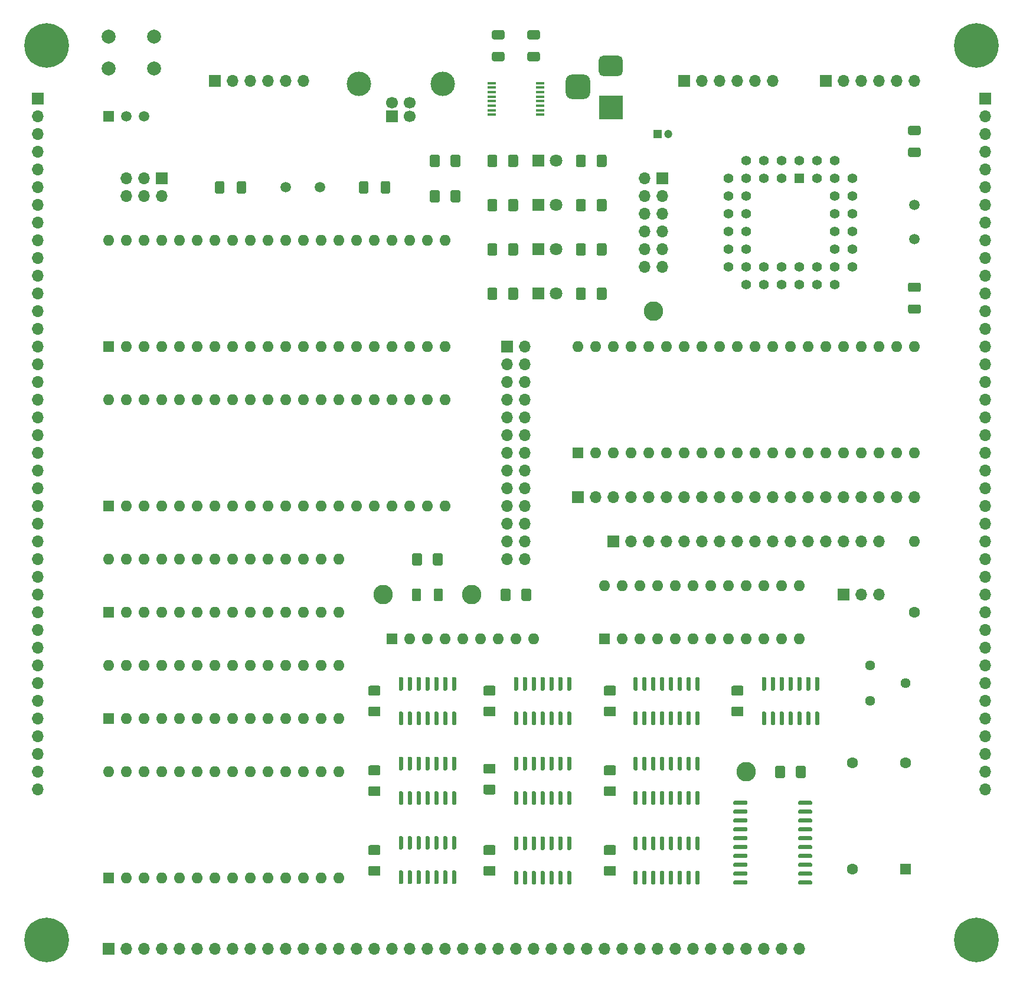
<source format=gts>
G04 #@! TF.GenerationSoftware,KiCad,Pcbnew,(5.1.10-0-10_14)*
G04 #@! TF.CreationDate,2021-05-10T23:40:51+02:00*
G04 #@! TF.ProjectId,DB6502_proto,44423635-3032-45f7-9072-6f746f2e6b69,rev?*
G04 #@! TF.SameCoordinates,Original*
G04 #@! TF.FileFunction,Soldermask,Top*
G04 #@! TF.FilePolarity,Negative*
%FSLAX46Y46*%
G04 Gerber Fmt 4.6, Leading zero omitted, Abs format (unit mm)*
G04 Created by KiCad (PCBNEW (5.1.10-0-10_14)) date 2021-05-10 23:40:51*
%MOMM*%
%LPD*%
G01*
G04 APERTURE LIST*
%ADD10C,1.200000*%
%ADD11R,1.200000X1.200000*%
%ADD12C,2.800000*%
%ADD13C,6.400000*%
%ADD14O,1.700000X1.700000*%
%ADD15R,1.700000X1.700000*%
%ADD16C,1.600000*%
%ADD17R,1.600000X1.600000*%
%ADD18O,1.600000X1.600000*%
%ADD19C,1.440000*%
%ADD20R,3.500000X3.500000*%
%ADD21C,1.500000*%
%ADD22C,1.422400*%
%ADD23R,1.422400X1.422400*%
%ADD24R,1.500000X1.500000*%
%ADD25R,1.200000X0.400000*%
%ADD26C,2.000000*%
%ADD27C,3.500000*%
%ADD28C,1.700000*%
%ADD29C,1.800000*%
%ADD30R,1.800000X1.800000*%
G04 APERTURE END LIST*
G36*
G01*
X151780001Y-75935000D02*
X150479999Y-75935000D01*
G75*
G02*
X150230000Y-75685001I0J249999D01*
G01*
X150230000Y-74859999D01*
G75*
G02*
X150479999Y-74610000I249999J0D01*
G01*
X151780001Y-74610000D01*
G75*
G02*
X152030000Y-74859999I0J-249999D01*
G01*
X152030000Y-75685001D01*
G75*
G02*
X151780001Y-75935000I-249999J0D01*
G01*
G37*
G36*
G01*
X151780001Y-79060000D02*
X150479999Y-79060000D01*
G75*
G02*
X150230000Y-78810001I0J249999D01*
G01*
X150230000Y-77984999D01*
G75*
G02*
X150479999Y-77735000I249999J0D01*
G01*
X151780001Y-77735000D01*
G75*
G02*
X152030000Y-77984999I0J-249999D01*
G01*
X152030000Y-78810001D01*
G75*
G02*
X151780001Y-79060000I-249999J0D01*
G01*
G37*
G36*
G01*
X151780001Y-53456000D02*
X150479999Y-53456000D01*
G75*
G02*
X150230000Y-53206001I0J249999D01*
G01*
X150230000Y-52380999D01*
G75*
G02*
X150479999Y-52131000I249999J0D01*
G01*
X151780001Y-52131000D01*
G75*
G02*
X152030000Y-52380999I0J-249999D01*
G01*
X152030000Y-53206001D01*
G75*
G02*
X151780001Y-53456000I-249999J0D01*
G01*
G37*
G36*
G01*
X151780001Y-56581000D02*
X150479999Y-56581000D01*
G75*
G02*
X150230000Y-56331001I0J249999D01*
G01*
X150230000Y-55505999D01*
G75*
G02*
X150479999Y-55256000I249999J0D01*
G01*
X151780001Y-55256000D01*
G75*
G02*
X152030000Y-55505999I0J-249999D01*
G01*
X152030000Y-56331001D01*
G75*
G02*
X151780001Y-56581000I-249999J0D01*
G01*
G37*
G36*
G01*
X72800000Y-60309999D02*
X72800000Y-61610001D01*
G75*
G02*
X72550001Y-61860000I-249999J0D01*
G01*
X71724999Y-61860000D01*
G75*
G02*
X71475000Y-61610001I0J249999D01*
G01*
X71475000Y-60309999D01*
G75*
G02*
X71724999Y-60060000I249999J0D01*
G01*
X72550001Y-60060000D01*
G75*
G02*
X72800000Y-60309999I0J-249999D01*
G01*
G37*
G36*
G01*
X75925000Y-60309999D02*
X75925000Y-61610001D01*
G75*
G02*
X75675001Y-61860000I-249999J0D01*
G01*
X74849999Y-61860000D01*
G75*
G02*
X74600000Y-61610001I0J249999D01*
G01*
X74600000Y-60309999D01*
G75*
G02*
X74849999Y-60060000I249999J0D01*
G01*
X75675001Y-60060000D01*
G75*
G02*
X75925000Y-60309999I0J-249999D01*
G01*
G37*
G36*
G01*
X53947500Y-61610001D02*
X53947500Y-60309999D01*
G75*
G02*
X54197499Y-60060000I249999J0D01*
G01*
X55022501Y-60060000D01*
G75*
G02*
X55272500Y-60309999I0J-249999D01*
G01*
X55272500Y-61610001D01*
G75*
G02*
X55022501Y-61860000I-249999J0D01*
G01*
X54197499Y-61860000D01*
G75*
G02*
X53947500Y-61610001I0J249999D01*
G01*
G37*
G36*
G01*
X50822500Y-61610001D02*
X50822500Y-60309999D01*
G75*
G02*
X51072499Y-60060000I249999J0D01*
G01*
X51897501Y-60060000D01*
G75*
G02*
X52147500Y-60309999I0J-249999D01*
G01*
X52147500Y-61610001D01*
G75*
G02*
X51897501Y-61860000I-249999J0D01*
G01*
X51072499Y-61860000D01*
G75*
G02*
X50822500Y-61610001I0J249999D01*
G01*
G37*
G36*
G01*
X97170001Y-39740000D02*
X95869999Y-39740000D01*
G75*
G02*
X95620000Y-39490001I0J249999D01*
G01*
X95620000Y-38664999D01*
G75*
G02*
X95869999Y-38415000I249999J0D01*
G01*
X97170001Y-38415000D01*
G75*
G02*
X97420000Y-38664999I0J-249999D01*
G01*
X97420000Y-39490001D01*
G75*
G02*
X97170001Y-39740000I-249999J0D01*
G01*
G37*
G36*
G01*
X97170001Y-42865000D02*
X95869999Y-42865000D01*
G75*
G02*
X95620000Y-42615001I0J249999D01*
G01*
X95620000Y-41789999D01*
G75*
G02*
X95869999Y-41540000I249999J0D01*
G01*
X97170001Y-41540000D01*
G75*
G02*
X97420000Y-41789999I0J-249999D01*
G01*
X97420000Y-42615001D01*
G75*
G02*
X97170001Y-42865000I-249999J0D01*
G01*
G37*
G36*
G01*
X92090001Y-39740000D02*
X90789999Y-39740000D01*
G75*
G02*
X90540000Y-39490001I0J249999D01*
G01*
X90540000Y-38664999D01*
G75*
G02*
X90789999Y-38415000I249999J0D01*
G01*
X92090001Y-38415000D01*
G75*
G02*
X92340000Y-38664999I0J-249999D01*
G01*
X92340000Y-39490001D01*
G75*
G02*
X92090001Y-39740000I-249999J0D01*
G01*
G37*
G36*
G01*
X92090001Y-42865000D02*
X90789999Y-42865000D01*
G75*
G02*
X90540000Y-42615001I0J249999D01*
G01*
X90540000Y-41789999D01*
G75*
G02*
X90789999Y-41540000I249999J0D01*
G01*
X92090001Y-41540000D01*
G75*
G02*
X92340000Y-41789999I0J-249999D01*
G01*
X92340000Y-42615001D01*
G75*
G02*
X92090001Y-42865000I-249999J0D01*
G01*
G37*
G36*
G01*
X80380000Y-118729999D02*
X80380000Y-120030001D01*
G75*
G02*
X80130001Y-120280000I-249999J0D01*
G01*
X79304999Y-120280000D01*
G75*
G02*
X79055000Y-120030001I0J249999D01*
G01*
X79055000Y-118729999D01*
G75*
G02*
X79304999Y-118480000I249999J0D01*
G01*
X80130001Y-118480000D01*
G75*
G02*
X80380000Y-118729999I0J-249999D01*
G01*
G37*
G36*
G01*
X83505000Y-118729999D02*
X83505000Y-120030001D01*
G75*
G02*
X83255001Y-120280000I-249999J0D01*
G01*
X82429999Y-120280000D01*
G75*
G02*
X82180000Y-120030001I0J249999D01*
G01*
X82180000Y-118729999D01*
G75*
G02*
X82429999Y-118480000I249999J0D01*
G01*
X83255001Y-118480000D01*
G75*
G02*
X83505000Y-118729999I0J-249999D01*
G01*
G37*
D10*
X115800000Y-53340000D03*
D11*
X114300000Y-53340000D03*
D12*
X113665000Y-78740000D03*
D13*
X160020000Y-168910000D03*
X26670000Y-168910000D03*
X26670000Y-40640000D03*
X160020000Y-40640000D03*
D14*
X112395000Y-72390000D03*
X114935000Y-72390000D03*
X112395000Y-69850000D03*
X114935000Y-69850000D03*
X112395000Y-67310000D03*
X114935000Y-67310000D03*
X112395000Y-64770000D03*
X114935000Y-64770000D03*
X112395000Y-62230000D03*
X114935000Y-62230000D03*
X112395000Y-59690000D03*
D15*
X114935000Y-59690000D03*
G36*
G01*
X84595000Y-62855000D02*
X84595000Y-61605000D01*
G75*
G02*
X84845000Y-61355000I250000J0D01*
G01*
X85770000Y-61355000D01*
G75*
G02*
X86020000Y-61605000I0J-250000D01*
G01*
X86020000Y-62855000D01*
G75*
G02*
X85770000Y-63105000I-250000J0D01*
G01*
X84845000Y-63105000D01*
G75*
G02*
X84595000Y-62855000I0J250000D01*
G01*
G37*
G36*
G01*
X81620000Y-62855000D02*
X81620000Y-61605000D01*
G75*
G02*
X81870000Y-61355000I250000J0D01*
G01*
X82795000Y-61355000D01*
G75*
G02*
X83045000Y-61605000I0J-250000D01*
G01*
X83045000Y-62855000D01*
G75*
G02*
X82795000Y-63105000I-250000J0D01*
G01*
X81870000Y-63105000D01*
G75*
G02*
X81620000Y-62855000I0J250000D01*
G01*
G37*
G36*
G01*
X84595000Y-57775000D02*
X84595000Y-56525000D01*
G75*
G02*
X84845000Y-56275000I250000J0D01*
G01*
X85770000Y-56275000D01*
G75*
G02*
X86020000Y-56525000I0J-250000D01*
G01*
X86020000Y-57775000D01*
G75*
G02*
X85770000Y-58025000I-250000J0D01*
G01*
X84845000Y-58025000D01*
G75*
G02*
X84595000Y-57775000I0J250000D01*
G01*
G37*
G36*
G01*
X81620000Y-57775000D02*
X81620000Y-56525000D01*
G75*
G02*
X81870000Y-56275000I250000J0D01*
G01*
X82795000Y-56275000D01*
G75*
G02*
X83045000Y-56525000I0J-250000D01*
G01*
X83045000Y-57775000D01*
G75*
G02*
X82795000Y-58025000I-250000J0D01*
G01*
X81870000Y-58025000D01*
G75*
G02*
X81620000Y-57775000I0J250000D01*
G01*
G37*
G36*
G01*
X92850000Y-76825000D02*
X92850000Y-75575000D01*
G75*
G02*
X93100000Y-75325000I250000J0D01*
G01*
X94025000Y-75325000D01*
G75*
G02*
X94275000Y-75575000I0J-250000D01*
G01*
X94275000Y-76825000D01*
G75*
G02*
X94025000Y-77075000I-250000J0D01*
G01*
X93100000Y-77075000D01*
G75*
G02*
X92850000Y-76825000I0J250000D01*
G01*
G37*
G36*
G01*
X89875000Y-76825000D02*
X89875000Y-75575000D01*
G75*
G02*
X90125000Y-75325000I250000J0D01*
G01*
X91050000Y-75325000D01*
G75*
G02*
X91300000Y-75575000I0J-250000D01*
G01*
X91300000Y-76825000D01*
G75*
G02*
X91050000Y-77075000I-250000J0D01*
G01*
X90125000Y-77075000D01*
G75*
G02*
X89875000Y-76825000I0J250000D01*
G01*
G37*
G36*
G01*
X92850000Y-70475000D02*
X92850000Y-69225000D01*
G75*
G02*
X93100000Y-68975000I250000J0D01*
G01*
X94025000Y-68975000D01*
G75*
G02*
X94275000Y-69225000I0J-250000D01*
G01*
X94275000Y-70475000D01*
G75*
G02*
X94025000Y-70725000I-250000J0D01*
G01*
X93100000Y-70725000D01*
G75*
G02*
X92850000Y-70475000I0J250000D01*
G01*
G37*
G36*
G01*
X89875000Y-70475000D02*
X89875000Y-69225000D01*
G75*
G02*
X90125000Y-68975000I250000J0D01*
G01*
X91050000Y-68975000D01*
G75*
G02*
X91300000Y-69225000I0J-250000D01*
G01*
X91300000Y-70475000D01*
G75*
G02*
X91050000Y-70725000I-250000J0D01*
G01*
X90125000Y-70725000D01*
G75*
G02*
X89875000Y-70475000I0J250000D01*
G01*
G37*
G36*
G01*
X94755000Y-120005000D02*
X94755000Y-118755000D01*
G75*
G02*
X95005000Y-118505000I250000J0D01*
G01*
X95930000Y-118505000D01*
G75*
G02*
X96180000Y-118755000I0J-250000D01*
G01*
X96180000Y-120005000D01*
G75*
G02*
X95930000Y-120255000I-250000J0D01*
G01*
X95005000Y-120255000D01*
G75*
G02*
X94755000Y-120005000I0J250000D01*
G01*
G37*
G36*
G01*
X91780000Y-120005000D02*
X91780000Y-118755000D01*
G75*
G02*
X92030000Y-118505000I250000J0D01*
G01*
X92955000Y-118505000D01*
G75*
G02*
X93205000Y-118755000I0J-250000D01*
G01*
X93205000Y-120005000D01*
G75*
G02*
X92955000Y-120255000I-250000J0D01*
G01*
X92030000Y-120255000D01*
G75*
G02*
X91780000Y-120005000I0J250000D01*
G01*
G37*
D16*
X149860000Y-143510000D03*
X142240000Y-143510000D03*
X142240000Y-158750000D03*
D17*
X149860000Y-158750000D03*
G36*
G01*
X134435000Y-149375000D02*
X134435000Y-149075000D01*
G75*
G02*
X134585000Y-148925000I150000J0D01*
G01*
X136335000Y-148925000D01*
G75*
G02*
X136485000Y-149075000I0J-150000D01*
G01*
X136485000Y-149375000D01*
G75*
G02*
X136335000Y-149525000I-150000J0D01*
G01*
X134585000Y-149525000D01*
G75*
G02*
X134435000Y-149375000I0J150000D01*
G01*
G37*
G36*
G01*
X134435000Y-150645000D02*
X134435000Y-150345000D01*
G75*
G02*
X134585000Y-150195000I150000J0D01*
G01*
X136335000Y-150195000D01*
G75*
G02*
X136485000Y-150345000I0J-150000D01*
G01*
X136485000Y-150645000D01*
G75*
G02*
X136335000Y-150795000I-150000J0D01*
G01*
X134585000Y-150795000D01*
G75*
G02*
X134435000Y-150645000I0J150000D01*
G01*
G37*
G36*
G01*
X134435000Y-151915000D02*
X134435000Y-151615000D01*
G75*
G02*
X134585000Y-151465000I150000J0D01*
G01*
X136335000Y-151465000D01*
G75*
G02*
X136485000Y-151615000I0J-150000D01*
G01*
X136485000Y-151915000D01*
G75*
G02*
X136335000Y-152065000I-150000J0D01*
G01*
X134585000Y-152065000D01*
G75*
G02*
X134435000Y-151915000I0J150000D01*
G01*
G37*
G36*
G01*
X134435000Y-153185000D02*
X134435000Y-152885000D01*
G75*
G02*
X134585000Y-152735000I150000J0D01*
G01*
X136335000Y-152735000D01*
G75*
G02*
X136485000Y-152885000I0J-150000D01*
G01*
X136485000Y-153185000D01*
G75*
G02*
X136335000Y-153335000I-150000J0D01*
G01*
X134585000Y-153335000D01*
G75*
G02*
X134435000Y-153185000I0J150000D01*
G01*
G37*
G36*
G01*
X134435000Y-154455000D02*
X134435000Y-154155000D01*
G75*
G02*
X134585000Y-154005000I150000J0D01*
G01*
X136335000Y-154005000D01*
G75*
G02*
X136485000Y-154155000I0J-150000D01*
G01*
X136485000Y-154455000D01*
G75*
G02*
X136335000Y-154605000I-150000J0D01*
G01*
X134585000Y-154605000D01*
G75*
G02*
X134435000Y-154455000I0J150000D01*
G01*
G37*
G36*
G01*
X134435000Y-155725000D02*
X134435000Y-155425000D01*
G75*
G02*
X134585000Y-155275000I150000J0D01*
G01*
X136335000Y-155275000D01*
G75*
G02*
X136485000Y-155425000I0J-150000D01*
G01*
X136485000Y-155725000D01*
G75*
G02*
X136335000Y-155875000I-150000J0D01*
G01*
X134585000Y-155875000D01*
G75*
G02*
X134435000Y-155725000I0J150000D01*
G01*
G37*
G36*
G01*
X134435000Y-156995000D02*
X134435000Y-156695000D01*
G75*
G02*
X134585000Y-156545000I150000J0D01*
G01*
X136335000Y-156545000D01*
G75*
G02*
X136485000Y-156695000I0J-150000D01*
G01*
X136485000Y-156995000D01*
G75*
G02*
X136335000Y-157145000I-150000J0D01*
G01*
X134585000Y-157145000D01*
G75*
G02*
X134435000Y-156995000I0J150000D01*
G01*
G37*
G36*
G01*
X134435000Y-158265000D02*
X134435000Y-157965000D01*
G75*
G02*
X134585000Y-157815000I150000J0D01*
G01*
X136335000Y-157815000D01*
G75*
G02*
X136485000Y-157965000I0J-150000D01*
G01*
X136485000Y-158265000D01*
G75*
G02*
X136335000Y-158415000I-150000J0D01*
G01*
X134585000Y-158415000D01*
G75*
G02*
X134435000Y-158265000I0J150000D01*
G01*
G37*
G36*
G01*
X134435000Y-159535000D02*
X134435000Y-159235000D01*
G75*
G02*
X134585000Y-159085000I150000J0D01*
G01*
X136335000Y-159085000D01*
G75*
G02*
X136485000Y-159235000I0J-150000D01*
G01*
X136485000Y-159535000D01*
G75*
G02*
X136335000Y-159685000I-150000J0D01*
G01*
X134585000Y-159685000D01*
G75*
G02*
X134435000Y-159535000I0J150000D01*
G01*
G37*
G36*
G01*
X134435000Y-160805000D02*
X134435000Y-160505000D01*
G75*
G02*
X134585000Y-160355000I150000J0D01*
G01*
X136335000Y-160355000D01*
G75*
G02*
X136485000Y-160505000I0J-150000D01*
G01*
X136485000Y-160805000D01*
G75*
G02*
X136335000Y-160955000I-150000J0D01*
G01*
X134585000Y-160955000D01*
G75*
G02*
X134435000Y-160805000I0J150000D01*
G01*
G37*
G36*
G01*
X125135000Y-160805000D02*
X125135000Y-160505000D01*
G75*
G02*
X125285000Y-160355000I150000J0D01*
G01*
X127035000Y-160355000D01*
G75*
G02*
X127185000Y-160505000I0J-150000D01*
G01*
X127185000Y-160805000D01*
G75*
G02*
X127035000Y-160955000I-150000J0D01*
G01*
X125285000Y-160955000D01*
G75*
G02*
X125135000Y-160805000I0J150000D01*
G01*
G37*
G36*
G01*
X125135000Y-159535000D02*
X125135000Y-159235000D01*
G75*
G02*
X125285000Y-159085000I150000J0D01*
G01*
X127035000Y-159085000D01*
G75*
G02*
X127185000Y-159235000I0J-150000D01*
G01*
X127185000Y-159535000D01*
G75*
G02*
X127035000Y-159685000I-150000J0D01*
G01*
X125285000Y-159685000D01*
G75*
G02*
X125135000Y-159535000I0J150000D01*
G01*
G37*
G36*
G01*
X125135000Y-158265000D02*
X125135000Y-157965000D01*
G75*
G02*
X125285000Y-157815000I150000J0D01*
G01*
X127035000Y-157815000D01*
G75*
G02*
X127185000Y-157965000I0J-150000D01*
G01*
X127185000Y-158265000D01*
G75*
G02*
X127035000Y-158415000I-150000J0D01*
G01*
X125285000Y-158415000D01*
G75*
G02*
X125135000Y-158265000I0J150000D01*
G01*
G37*
G36*
G01*
X125135000Y-156995000D02*
X125135000Y-156695000D01*
G75*
G02*
X125285000Y-156545000I150000J0D01*
G01*
X127035000Y-156545000D01*
G75*
G02*
X127185000Y-156695000I0J-150000D01*
G01*
X127185000Y-156995000D01*
G75*
G02*
X127035000Y-157145000I-150000J0D01*
G01*
X125285000Y-157145000D01*
G75*
G02*
X125135000Y-156995000I0J150000D01*
G01*
G37*
G36*
G01*
X125135000Y-155725000D02*
X125135000Y-155425000D01*
G75*
G02*
X125285000Y-155275000I150000J0D01*
G01*
X127035000Y-155275000D01*
G75*
G02*
X127185000Y-155425000I0J-150000D01*
G01*
X127185000Y-155725000D01*
G75*
G02*
X127035000Y-155875000I-150000J0D01*
G01*
X125285000Y-155875000D01*
G75*
G02*
X125135000Y-155725000I0J150000D01*
G01*
G37*
G36*
G01*
X125135000Y-154455000D02*
X125135000Y-154155000D01*
G75*
G02*
X125285000Y-154005000I150000J0D01*
G01*
X127035000Y-154005000D01*
G75*
G02*
X127185000Y-154155000I0J-150000D01*
G01*
X127185000Y-154455000D01*
G75*
G02*
X127035000Y-154605000I-150000J0D01*
G01*
X125285000Y-154605000D01*
G75*
G02*
X125135000Y-154455000I0J150000D01*
G01*
G37*
G36*
G01*
X125135000Y-153185000D02*
X125135000Y-152885000D01*
G75*
G02*
X125285000Y-152735000I150000J0D01*
G01*
X127035000Y-152735000D01*
G75*
G02*
X127185000Y-152885000I0J-150000D01*
G01*
X127185000Y-153185000D01*
G75*
G02*
X127035000Y-153335000I-150000J0D01*
G01*
X125285000Y-153335000D01*
G75*
G02*
X125135000Y-153185000I0J150000D01*
G01*
G37*
G36*
G01*
X125135000Y-151915000D02*
X125135000Y-151615000D01*
G75*
G02*
X125285000Y-151465000I150000J0D01*
G01*
X127035000Y-151465000D01*
G75*
G02*
X127185000Y-151615000I0J-150000D01*
G01*
X127185000Y-151915000D01*
G75*
G02*
X127035000Y-152065000I-150000J0D01*
G01*
X125285000Y-152065000D01*
G75*
G02*
X125135000Y-151915000I0J150000D01*
G01*
G37*
G36*
G01*
X125135000Y-150645000D02*
X125135000Y-150345000D01*
G75*
G02*
X125285000Y-150195000I150000J0D01*
G01*
X127035000Y-150195000D01*
G75*
G02*
X127185000Y-150345000I0J-150000D01*
G01*
X127185000Y-150645000D01*
G75*
G02*
X127035000Y-150795000I-150000J0D01*
G01*
X125285000Y-150795000D01*
G75*
G02*
X125135000Y-150645000I0J150000D01*
G01*
G37*
G36*
G01*
X125135000Y-149375000D02*
X125135000Y-149075000D01*
G75*
G02*
X125285000Y-148925000I150000J0D01*
G01*
X127035000Y-148925000D01*
G75*
G02*
X127185000Y-149075000I0J-150000D01*
G01*
X127185000Y-149375000D01*
G75*
G02*
X127035000Y-149525000I-150000J0D01*
G01*
X125285000Y-149525000D01*
G75*
G02*
X125135000Y-149375000I0J150000D01*
G01*
G37*
G36*
G01*
X129690000Y-133120000D02*
X129390000Y-133120000D01*
G75*
G02*
X129240000Y-132970000I0J150000D01*
G01*
X129240000Y-131320000D01*
G75*
G02*
X129390000Y-131170000I150000J0D01*
G01*
X129690000Y-131170000D01*
G75*
G02*
X129840000Y-131320000I0J-150000D01*
G01*
X129840000Y-132970000D01*
G75*
G02*
X129690000Y-133120000I-150000J0D01*
G01*
G37*
G36*
G01*
X130960000Y-133120000D02*
X130660000Y-133120000D01*
G75*
G02*
X130510000Y-132970000I0J150000D01*
G01*
X130510000Y-131320000D01*
G75*
G02*
X130660000Y-131170000I150000J0D01*
G01*
X130960000Y-131170000D01*
G75*
G02*
X131110000Y-131320000I0J-150000D01*
G01*
X131110000Y-132970000D01*
G75*
G02*
X130960000Y-133120000I-150000J0D01*
G01*
G37*
G36*
G01*
X132230000Y-133120000D02*
X131930000Y-133120000D01*
G75*
G02*
X131780000Y-132970000I0J150000D01*
G01*
X131780000Y-131320000D01*
G75*
G02*
X131930000Y-131170000I150000J0D01*
G01*
X132230000Y-131170000D01*
G75*
G02*
X132380000Y-131320000I0J-150000D01*
G01*
X132380000Y-132970000D01*
G75*
G02*
X132230000Y-133120000I-150000J0D01*
G01*
G37*
G36*
G01*
X133500000Y-133120000D02*
X133200000Y-133120000D01*
G75*
G02*
X133050000Y-132970000I0J150000D01*
G01*
X133050000Y-131320000D01*
G75*
G02*
X133200000Y-131170000I150000J0D01*
G01*
X133500000Y-131170000D01*
G75*
G02*
X133650000Y-131320000I0J-150000D01*
G01*
X133650000Y-132970000D01*
G75*
G02*
X133500000Y-133120000I-150000J0D01*
G01*
G37*
G36*
G01*
X134770000Y-133120000D02*
X134470000Y-133120000D01*
G75*
G02*
X134320000Y-132970000I0J150000D01*
G01*
X134320000Y-131320000D01*
G75*
G02*
X134470000Y-131170000I150000J0D01*
G01*
X134770000Y-131170000D01*
G75*
G02*
X134920000Y-131320000I0J-150000D01*
G01*
X134920000Y-132970000D01*
G75*
G02*
X134770000Y-133120000I-150000J0D01*
G01*
G37*
G36*
G01*
X136040000Y-133120000D02*
X135740000Y-133120000D01*
G75*
G02*
X135590000Y-132970000I0J150000D01*
G01*
X135590000Y-131320000D01*
G75*
G02*
X135740000Y-131170000I150000J0D01*
G01*
X136040000Y-131170000D01*
G75*
G02*
X136190000Y-131320000I0J-150000D01*
G01*
X136190000Y-132970000D01*
G75*
G02*
X136040000Y-133120000I-150000J0D01*
G01*
G37*
G36*
G01*
X137310000Y-133120000D02*
X137010000Y-133120000D01*
G75*
G02*
X136860000Y-132970000I0J150000D01*
G01*
X136860000Y-131320000D01*
G75*
G02*
X137010000Y-131170000I150000J0D01*
G01*
X137310000Y-131170000D01*
G75*
G02*
X137460000Y-131320000I0J-150000D01*
G01*
X137460000Y-132970000D01*
G75*
G02*
X137310000Y-133120000I-150000J0D01*
G01*
G37*
G36*
G01*
X137310000Y-138070000D02*
X137010000Y-138070000D01*
G75*
G02*
X136860000Y-137920000I0J150000D01*
G01*
X136860000Y-136270000D01*
G75*
G02*
X137010000Y-136120000I150000J0D01*
G01*
X137310000Y-136120000D01*
G75*
G02*
X137460000Y-136270000I0J-150000D01*
G01*
X137460000Y-137920000D01*
G75*
G02*
X137310000Y-138070000I-150000J0D01*
G01*
G37*
G36*
G01*
X136040000Y-138070000D02*
X135740000Y-138070000D01*
G75*
G02*
X135590000Y-137920000I0J150000D01*
G01*
X135590000Y-136270000D01*
G75*
G02*
X135740000Y-136120000I150000J0D01*
G01*
X136040000Y-136120000D01*
G75*
G02*
X136190000Y-136270000I0J-150000D01*
G01*
X136190000Y-137920000D01*
G75*
G02*
X136040000Y-138070000I-150000J0D01*
G01*
G37*
G36*
G01*
X134770000Y-138070000D02*
X134470000Y-138070000D01*
G75*
G02*
X134320000Y-137920000I0J150000D01*
G01*
X134320000Y-136270000D01*
G75*
G02*
X134470000Y-136120000I150000J0D01*
G01*
X134770000Y-136120000D01*
G75*
G02*
X134920000Y-136270000I0J-150000D01*
G01*
X134920000Y-137920000D01*
G75*
G02*
X134770000Y-138070000I-150000J0D01*
G01*
G37*
G36*
G01*
X133500000Y-138070000D02*
X133200000Y-138070000D01*
G75*
G02*
X133050000Y-137920000I0J150000D01*
G01*
X133050000Y-136270000D01*
G75*
G02*
X133200000Y-136120000I150000J0D01*
G01*
X133500000Y-136120000D01*
G75*
G02*
X133650000Y-136270000I0J-150000D01*
G01*
X133650000Y-137920000D01*
G75*
G02*
X133500000Y-138070000I-150000J0D01*
G01*
G37*
G36*
G01*
X132230000Y-138070000D02*
X131930000Y-138070000D01*
G75*
G02*
X131780000Y-137920000I0J150000D01*
G01*
X131780000Y-136270000D01*
G75*
G02*
X131930000Y-136120000I150000J0D01*
G01*
X132230000Y-136120000D01*
G75*
G02*
X132380000Y-136270000I0J-150000D01*
G01*
X132380000Y-137920000D01*
G75*
G02*
X132230000Y-138070000I-150000J0D01*
G01*
G37*
G36*
G01*
X130960000Y-138070000D02*
X130660000Y-138070000D01*
G75*
G02*
X130510000Y-137920000I0J150000D01*
G01*
X130510000Y-136270000D01*
G75*
G02*
X130660000Y-136120000I150000J0D01*
G01*
X130960000Y-136120000D01*
G75*
G02*
X131110000Y-136270000I0J-150000D01*
G01*
X131110000Y-137920000D01*
G75*
G02*
X130960000Y-138070000I-150000J0D01*
G01*
G37*
G36*
G01*
X129690000Y-138070000D02*
X129390000Y-138070000D01*
G75*
G02*
X129240000Y-137920000I0J150000D01*
G01*
X129240000Y-136270000D01*
G75*
G02*
X129390000Y-136120000I150000J0D01*
G01*
X129690000Y-136120000D01*
G75*
G02*
X129840000Y-136270000I0J-150000D01*
G01*
X129840000Y-137920000D01*
G75*
G02*
X129690000Y-138070000I-150000J0D01*
G01*
G37*
D12*
X127000000Y-144780000D03*
G36*
G01*
X105550000Y-76825000D02*
X105550000Y-75575000D01*
G75*
G02*
X105800000Y-75325000I250000J0D01*
G01*
X106725000Y-75325000D01*
G75*
G02*
X106975000Y-75575000I0J-250000D01*
G01*
X106975000Y-76825000D01*
G75*
G02*
X106725000Y-77075000I-250000J0D01*
G01*
X105800000Y-77075000D01*
G75*
G02*
X105550000Y-76825000I0J250000D01*
G01*
G37*
G36*
G01*
X102575000Y-76825000D02*
X102575000Y-75575000D01*
G75*
G02*
X102825000Y-75325000I250000J0D01*
G01*
X103750000Y-75325000D01*
G75*
G02*
X104000000Y-75575000I0J-250000D01*
G01*
X104000000Y-76825000D01*
G75*
G02*
X103750000Y-77075000I-250000J0D01*
G01*
X102825000Y-77075000D01*
G75*
G02*
X102575000Y-76825000I0J250000D01*
G01*
G37*
G36*
G01*
X104000000Y-69225000D02*
X104000000Y-70475000D01*
G75*
G02*
X103750000Y-70725000I-250000J0D01*
G01*
X102825000Y-70725000D01*
G75*
G02*
X102575000Y-70475000I0J250000D01*
G01*
X102575000Y-69225000D01*
G75*
G02*
X102825000Y-68975000I250000J0D01*
G01*
X103750000Y-68975000D01*
G75*
G02*
X104000000Y-69225000I0J-250000D01*
G01*
G37*
G36*
G01*
X106975000Y-69225000D02*
X106975000Y-70475000D01*
G75*
G02*
X106725000Y-70725000I-250000J0D01*
G01*
X105800000Y-70725000D01*
G75*
G02*
X105550000Y-70475000I0J250000D01*
G01*
X105550000Y-69225000D01*
G75*
G02*
X105800000Y-68975000I250000J0D01*
G01*
X106725000Y-68975000D01*
G75*
G02*
X106975000Y-69225000I0J-250000D01*
G01*
G37*
G36*
G01*
X104000000Y-62875000D02*
X104000000Y-64125000D01*
G75*
G02*
X103750000Y-64375000I-250000J0D01*
G01*
X102825000Y-64375000D01*
G75*
G02*
X102575000Y-64125000I0J250000D01*
G01*
X102575000Y-62875000D01*
G75*
G02*
X102825000Y-62625000I250000J0D01*
G01*
X103750000Y-62625000D01*
G75*
G02*
X104000000Y-62875000I0J-250000D01*
G01*
G37*
G36*
G01*
X106975000Y-62875000D02*
X106975000Y-64125000D01*
G75*
G02*
X106725000Y-64375000I-250000J0D01*
G01*
X105800000Y-64375000D01*
G75*
G02*
X105550000Y-64125000I0J250000D01*
G01*
X105550000Y-62875000D01*
G75*
G02*
X105800000Y-62625000I250000J0D01*
G01*
X106725000Y-62625000D01*
G75*
G02*
X106975000Y-62875000I0J-250000D01*
G01*
G37*
G36*
G01*
X104000000Y-56525000D02*
X104000000Y-57775000D01*
G75*
G02*
X103750000Y-58025000I-250000J0D01*
G01*
X102825000Y-58025000D01*
G75*
G02*
X102575000Y-57775000I0J250000D01*
G01*
X102575000Y-56525000D01*
G75*
G02*
X102825000Y-56275000I250000J0D01*
G01*
X103750000Y-56275000D01*
G75*
G02*
X104000000Y-56525000I0J-250000D01*
G01*
G37*
G36*
G01*
X106975000Y-56525000D02*
X106975000Y-57775000D01*
G75*
G02*
X106725000Y-58025000I-250000J0D01*
G01*
X105800000Y-58025000D01*
G75*
G02*
X105550000Y-57775000I0J250000D01*
G01*
X105550000Y-56525000D01*
G75*
G02*
X105800000Y-56275000I250000J0D01*
G01*
X106725000Y-56275000D01*
G75*
G02*
X106975000Y-56525000I0J-250000D01*
G01*
G37*
G36*
G01*
X80505000Y-113675000D02*
X80505000Y-114925000D01*
G75*
G02*
X80255000Y-115175000I-250000J0D01*
G01*
X79330000Y-115175000D01*
G75*
G02*
X79080000Y-114925000I0J250000D01*
G01*
X79080000Y-113675000D01*
G75*
G02*
X79330000Y-113425000I250000J0D01*
G01*
X80255000Y-113425000D01*
G75*
G02*
X80505000Y-113675000I0J-250000D01*
G01*
G37*
G36*
G01*
X83480000Y-113675000D02*
X83480000Y-114925000D01*
G75*
G02*
X83230000Y-115175000I-250000J0D01*
G01*
X82305000Y-115175000D01*
G75*
G02*
X82055000Y-114925000I0J250000D01*
G01*
X82055000Y-113675000D01*
G75*
G02*
X82305000Y-113425000I250000J0D01*
G01*
X83230000Y-113425000D01*
G75*
G02*
X83480000Y-113675000I0J-250000D01*
G01*
G37*
D14*
X95250000Y-114300000D03*
X92710000Y-114300000D03*
X95250000Y-111760000D03*
X92710000Y-111760000D03*
X95250000Y-109220000D03*
X92710000Y-109220000D03*
X95250000Y-106680000D03*
X92710000Y-106680000D03*
X95250000Y-104140000D03*
X92710000Y-104140000D03*
X95250000Y-101600000D03*
X92710000Y-101600000D03*
X95250000Y-99060000D03*
X92710000Y-99060000D03*
X95250000Y-96520000D03*
X92710000Y-96520000D03*
X95250000Y-93980000D03*
X92710000Y-93980000D03*
X95250000Y-91440000D03*
X92710000Y-91440000D03*
X95250000Y-88900000D03*
X92710000Y-88900000D03*
X95250000Y-86360000D03*
X92710000Y-86360000D03*
X95250000Y-83820000D03*
D15*
X92710000Y-83820000D03*
G36*
G01*
X132575000Y-144155000D02*
X132575000Y-145405000D01*
G75*
G02*
X132325000Y-145655000I-250000J0D01*
G01*
X131400000Y-145655000D01*
G75*
G02*
X131150000Y-145405000I0J250000D01*
G01*
X131150000Y-144155000D01*
G75*
G02*
X131400000Y-143905000I250000J0D01*
G01*
X132325000Y-143905000D01*
G75*
G02*
X132575000Y-144155000I0J-250000D01*
G01*
G37*
G36*
G01*
X135550000Y-144155000D02*
X135550000Y-145405000D01*
G75*
G02*
X135300000Y-145655000I-250000J0D01*
G01*
X134375000Y-145655000D01*
G75*
G02*
X134125000Y-145405000I0J250000D01*
G01*
X134125000Y-144155000D01*
G75*
G02*
X134375000Y-143905000I250000J0D01*
G01*
X135300000Y-143905000D01*
G75*
G02*
X135550000Y-144155000I0J-250000D01*
G01*
G37*
G36*
G01*
X126355000Y-133845000D02*
X125105000Y-133845000D01*
G75*
G02*
X124855000Y-133595000I0J250000D01*
G01*
X124855000Y-132670000D01*
G75*
G02*
X125105000Y-132420000I250000J0D01*
G01*
X126355000Y-132420000D01*
G75*
G02*
X126605000Y-132670000I0J-250000D01*
G01*
X126605000Y-133595000D01*
G75*
G02*
X126355000Y-133845000I-250000J0D01*
G01*
G37*
G36*
G01*
X126355000Y-136820000D02*
X125105000Y-136820000D01*
G75*
G02*
X124855000Y-136570000I0J250000D01*
G01*
X124855000Y-135645000D01*
G75*
G02*
X125105000Y-135395000I250000J0D01*
G01*
X126355000Y-135395000D01*
G75*
G02*
X126605000Y-135645000I0J-250000D01*
G01*
X126605000Y-136570000D01*
G75*
G02*
X126355000Y-136820000I-250000J0D01*
G01*
G37*
D14*
X134620000Y-170180000D03*
X132080000Y-170180000D03*
X129540000Y-170180000D03*
X127000000Y-170180000D03*
X124460000Y-170180000D03*
X121920000Y-170180000D03*
X119380000Y-170180000D03*
X116840000Y-170180000D03*
X114300000Y-170180000D03*
X111760000Y-170180000D03*
X109220000Y-170180000D03*
X106680000Y-170180000D03*
X104140000Y-170180000D03*
X101600000Y-170180000D03*
X99060000Y-170180000D03*
X96520000Y-170180000D03*
X93980000Y-170180000D03*
X91440000Y-170180000D03*
X88900000Y-170180000D03*
X86360000Y-170180000D03*
X83820000Y-170180000D03*
X81280000Y-170180000D03*
X78740000Y-170180000D03*
X76200000Y-170180000D03*
X73660000Y-170180000D03*
X71120000Y-170180000D03*
X68580000Y-170180000D03*
X66040000Y-170180000D03*
X63500000Y-170180000D03*
X60960000Y-170180000D03*
X58420000Y-170180000D03*
X55880000Y-170180000D03*
X53340000Y-170180000D03*
X50800000Y-170180000D03*
X48260000Y-170180000D03*
X45720000Y-170180000D03*
X43180000Y-170180000D03*
X40640000Y-170180000D03*
X38100000Y-170180000D03*
D15*
X35560000Y-170180000D03*
D18*
X96520000Y-125730000D03*
X93980000Y-125730000D03*
X91440000Y-125730000D03*
X88900000Y-125730000D03*
X86360000Y-125730000D03*
X83820000Y-125730000D03*
X81280000Y-125730000D03*
X78740000Y-125730000D03*
D17*
X76200000Y-125730000D03*
D19*
X144780000Y-134620000D03*
X149860000Y-132080000D03*
X144780000Y-129540000D03*
D14*
X146050000Y-119380000D03*
X143510000Y-119380000D03*
D15*
X140970000Y-119380000D03*
D14*
X161290000Y-147320000D03*
X161290000Y-144780000D03*
X161290000Y-142240000D03*
X161290000Y-139700000D03*
X161290000Y-137160000D03*
X161290000Y-134620000D03*
X161290000Y-132080000D03*
X161290000Y-129540000D03*
X161290000Y-127000000D03*
X161290000Y-124460000D03*
X161290000Y-121920000D03*
X161290000Y-119380000D03*
X161290000Y-116840000D03*
X161290000Y-114300000D03*
X161290000Y-111760000D03*
X161290000Y-109220000D03*
X161290000Y-106680000D03*
X161290000Y-104140000D03*
X161290000Y-101600000D03*
X161290000Y-99060000D03*
X161290000Y-96520000D03*
X161290000Y-93980000D03*
X161290000Y-91440000D03*
X161290000Y-88900000D03*
X161290000Y-86360000D03*
X161290000Y-83820000D03*
X161290000Y-81280000D03*
X161290000Y-78740000D03*
X161290000Y-76200000D03*
X161290000Y-73660000D03*
X161290000Y-71120000D03*
X161290000Y-68580000D03*
X161290000Y-66040000D03*
X161290000Y-63500000D03*
X161290000Y-60960000D03*
X161290000Y-58420000D03*
X161290000Y-55880000D03*
X161290000Y-53340000D03*
X161290000Y-50800000D03*
D15*
X161290000Y-48260000D03*
D14*
X25400000Y-147320000D03*
X25400000Y-144780000D03*
X25400000Y-142240000D03*
X25400000Y-139700000D03*
X25400000Y-137160000D03*
X25400000Y-134620000D03*
X25400000Y-132080000D03*
X25400000Y-129540000D03*
X25400000Y-127000000D03*
X25400000Y-124460000D03*
X25400000Y-121920000D03*
X25400000Y-119380000D03*
X25400000Y-116840000D03*
X25400000Y-114300000D03*
X25400000Y-111760000D03*
X25400000Y-109220000D03*
X25400000Y-106680000D03*
X25400000Y-104140000D03*
X25400000Y-101600000D03*
X25400000Y-99060000D03*
X25400000Y-96520000D03*
X25400000Y-93980000D03*
X25400000Y-91440000D03*
X25400000Y-88900000D03*
X25400000Y-86360000D03*
X25400000Y-83820000D03*
X25400000Y-81280000D03*
X25400000Y-78740000D03*
X25400000Y-76200000D03*
X25400000Y-73660000D03*
X25400000Y-71120000D03*
X25400000Y-68580000D03*
X25400000Y-66040000D03*
X25400000Y-63500000D03*
X25400000Y-60960000D03*
X25400000Y-58420000D03*
X25400000Y-55880000D03*
X25400000Y-53340000D03*
X25400000Y-50800000D03*
D15*
X25400000Y-48260000D03*
G36*
G01*
X108067000Y-145275000D02*
X106817000Y-145275000D01*
G75*
G02*
X106567000Y-145025000I0J250000D01*
G01*
X106567000Y-144100000D01*
G75*
G02*
X106817000Y-143850000I250000J0D01*
G01*
X108067000Y-143850000D01*
G75*
G02*
X108317000Y-144100000I0J-250000D01*
G01*
X108317000Y-145025000D01*
G75*
G02*
X108067000Y-145275000I-250000J0D01*
G01*
G37*
G36*
G01*
X108067000Y-148250000D02*
X106817000Y-148250000D01*
G75*
G02*
X106567000Y-148000000I0J250000D01*
G01*
X106567000Y-147075000D01*
G75*
G02*
X106817000Y-146825000I250000J0D01*
G01*
X108067000Y-146825000D01*
G75*
G02*
X108317000Y-147075000I0J-250000D01*
G01*
X108317000Y-148000000D01*
G75*
G02*
X108067000Y-148250000I-250000J0D01*
G01*
G37*
G36*
G01*
X90795000Y-145030000D02*
X89545000Y-145030000D01*
G75*
G02*
X89295000Y-144780000I0J250000D01*
G01*
X89295000Y-143855000D01*
G75*
G02*
X89545000Y-143605000I250000J0D01*
G01*
X90795000Y-143605000D01*
G75*
G02*
X91045000Y-143855000I0J-250000D01*
G01*
X91045000Y-144780000D01*
G75*
G02*
X90795000Y-145030000I-250000J0D01*
G01*
G37*
G36*
G01*
X90795000Y-148005000D02*
X89545000Y-148005000D01*
G75*
G02*
X89295000Y-147755000I0J250000D01*
G01*
X89295000Y-146830000D01*
G75*
G02*
X89545000Y-146580000I250000J0D01*
G01*
X90795000Y-146580000D01*
G75*
G02*
X91045000Y-146830000I0J-250000D01*
G01*
X91045000Y-147755000D01*
G75*
G02*
X90795000Y-148005000I-250000J0D01*
G01*
G37*
G36*
G01*
X90795000Y-156705000D02*
X89545000Y-156705000D01*
G75*
G02*
X89295000Y-156455000I0J250000D01*
G01*
X89295000Y-155530000D01*
G75*
G02*
X89545000Y-155280000I250000J0D01*
G01*
X90795000Y-155280000D01*
G75*
G02*
X91045000Y-155530000I0J-250000D01*
G01*
X91045000Y-156455000D01*
G75*
G02*
X90795000Y-156705000I-250000J0D01*
G01*
G37*
G36*
G01*
X90795000Y-159680000D02*
X89545000Y-159680000D01*
G75*
G02*
X89295000Y-159430000I0J250000D01*
G01*
X89295000Y-158505000D01*
G75*
G02*
X89545000Y-158255000I250000J0D01*
G01*
X90795000Y-158255000D01*
G75*
G02*
X91045000Y-158505000I0J-250000D01*
G01*
X91045000Y-159430000D01*
G75*
G02*
X90795000Y-159680000I-250000J0D01*
G01*
G37*
G36*
G01*
X92850000Y-57775000D02*
X92850000Y-56525000D01*
G75*
G02*
X93100000Y-56275000I250000J0D01*
G01*
X94025000Y-56275000D01*
G75*
G02*
X94275000Y-56525000I0J-250000D01*
G01*
X94275000Y-57775000D01*
G75*
G02*
X94025000Y-58025000I-250000J0D01*
G01*
X93100000Y-58025000D01*
G75*
G02*
X92850000Y-57775000I0J250000D01*
G01*
G37*
G36*
G01*
X89875000Y-57775000D02*
X89875000Y-56525000D01*
G75*
G02*
X90125000Y-56275000I250000J0D01*
G01*
X91050000Y-56275000D01*
G75*
G02*
X91300000Y-56525000I0J-250000D01*
G01*
X91300000Y-57775000D01*
G75*
G02*
X91050000Y-58025000I-250000J0D01*
G01*
X90125000Y-58025000D01*
G75*
G02*
X89875000Y-57775000I0J250000D01*
G01*
G37*
G36*
G01*
X92850000Y-64125000D02*
X92850000Y-62875000D01*
G75*
G02*
X93100000Y-62625000I250000J0D01*
G01*
X94025000Y-62625000D01*
G75*
G02*
X94275000Y-62875000I0J-250000D01*
G01*
X94275000Y-64125000D01*
G75*
G02*
X94025000Y-64375000I-250000J0D01*
G01*
X93100000Y-64375000D01*
G75*
G02*
X92850000Y-64125000I0J250000D01*
G01*
G37*
G36*
G01*
X89875000Y-64125000D02*
X89875000Y-62875000D01*
G75*
G02*
X90125000Y-62625000I250000J0D01*
G01*
X91050000Y-62625000D01*
G75*
G02*
X91300000Y-62875000I0J-250000D01*
G01*
X91300000Y-64125000D01*
G75*
G02*
X91050000Y-64375000I-250000J0D01*
G01*
X90125000Y-64375000D01*
G75*
G02*
X89875000Y-64125000I0J250000D01*
G01*
G37*
G36*
G01*
X108067000Y-133845000D02*
X106817000Y-133845000D01*
G75*
G02*
X106567000Y-133595000I0J250000D01*
G01*
X106567000Y-132670000D01*
G75*
G02*
X106817000Y-132420000I250000J0D01*
G01*
X108067000Y-132420000D01*
G75*
G02*
X108317000Y-132670000I0J-250000D01*
G01*
X108317000Y-133595000D01*
G75*
G02*
X108067000Y-133845000I-250000J0D01*
G01*
G37*
G36*
G01*
X108067000Y-136820000D02*
X106817000Y-136820000D01*
G75*
G02*
X106567000Y-136570000I0J250000D01*
G01*
X106567000Y-135645000D01*
G75*
G02*
X106817000Y-135395000I250000J0D01*
G01*
X108067000Y-135395000D01*
G75*
G02*
X108317000Y-135645000I0J-250000D01*
G01*
X108317000Y-136570000D01*
G75*
G02*
X108067000Y-136820000I-250000J0D01*
G01*
G37*
G36*
G01*
X108067000Y-156705000D02*
X106817000Y-156705000D01*
G75*
G02*
X106567000Y-156455000I0J250000D01*
G01*
X106567000Y-155530000D01*
G75*
G02*
X106817000Y-155280000I250000J0D01*
G01*
X108067000Y-155280000D01*
G75*
G02*
X108317000Y-155530000I0J-250000D01*
G01*
X108317000Y-156455000D01*
G75*
G02*
X108067000Y-156705000I-250000J0D01*
G01*
G37*
G36*
G01*
X108067000Y-159680000D02*
X106817000Y-159680000D01*
G75*
G02*
X106567000Y-159430000I0J250000D01*
G01*
X106567000Y-158505000D01*
G75*
G02*
X106817000Y-158255000I250000J0D01*
G01*
X108067000Y-158255000D01*
G75*
G02*
X108317000Y-158505000I0J-250000D01*
G01*
X108317000Y-159430000D01*
G75*
G02*
X108067000Y-159680000I-250000J0D01*
G01*
G37*
G36*
G01*
X74285000Y-156705000D02*
X73035000Y-156705000D01*
G75*
G02*
X72785000Y-156455000I0J250000D01*
G01*
X72785000Y-155530000D01*
G75*
G02*
X73035000Y-155280000I250000J0D01*
G01*
X74285000Y-155280000D01*
G75*
G02*
X74535000Y-155530000I0J-250000D01*
G01*
X74535000Y-156455000D01*
G75*
G02*
X74285000Y-156705000I-250000J0D01*
G01*
G37*
G36*
G01*
X74285000Y-159680000D02*
X73035000Y-159680000D01*
G75*
G02*
X72785000Y-159430000I0J250000D01*
G01*
X72785000Y-158505000D01*
G75*
G02*
X73035000Y-158255000I250000J0D01*
G01*
X74285000Y-158255000D01*
G75*
G02*
X74535000Y-158505000I0J-250000D01*
G01*
X74535000Y-159430000D01*
G75*
G02*
X74285000Y-159680000I-250000J0D01*
G01*
G37*
G36*
G01*
X74285000Y-145275000D02*
X73035000Y-145275000D01*
G75*
G02*
X72785000Y-145025000I0J250000D01*
G01*
X72785000Y-144100000D01*
G75*
G02*
X73035000Y-143850000I250000J0D01*
G01*
X74285000Y-143850000D01*
G75*
G02*
X74535000Y-144100000I0J-250000D01*
G01*
X74535000Y-145025000D01*
G75*
G02*
X74285000Y-145275000I-250000J0D01*
G01*
G37*
G36*
G01*
X74285000Y-148250000D02*
X73035000Y-148250000D01*
G75*
G02*
X72785000Y-148000000I0J250000D01*
G01*
X72785000Y-147075000D01*
G75*
G02*
X73035000Y-146825000I250000J0D01*
G01*
X74285000Y-146825000D01*
G75*
G02*
X74535000Y-147075000I0J-250000D01*
G01*
X74535000Y-148000000D01*
G75*
G02*
X74285000Y-148250000I-250000J0D01*
G01*
G37*
G36*
G01*
X74285000Y-133845000D02*
X73035000Y-133845000D01*
G75*
G02*
X72785000Y-133595000I0J250000D01*
G01*
X72785000Y-132670000D01*
G75*
G02*
X73035000Y-132420000I250000J0D01*
G01*
X74285000Y-132420000D01*
G75*
G02*
X74535000Y-132670000I0J-250000D01*
G01*
X74535000Y-133595000D01*
G75*
G02*
X74285000Y-133845000I-250000J0D01*
G01*
G37*
G36*
G01*
X74285000Y-136820000D02*
X73035000Y-136820000D01*
G75*
G02*
X72785000Y-136570000I0J250000D01*
G01*
X72785000Y-135645000D01*
G75*
G02*
X73035000Y-135395000I250000J0D01*
G01*
X74285000Y-135395000D01*
G75*
G02*
X74535000Y-135645000I0J-250000D01*
G01*
X74535000Y-136570000D01*
G75*
G02*
X74285000Y-136820000I-250000J0D01*
G01*
G37*
G36*
G01*
X90795000Y-133845000D02*
X89545000Y-133845000D01*
G75*
G02*
X89295000Y-133595000I0J250000D01*
G01*
X89295000Y-132670000D01*
G75*
G02*
X89545000Y-132420000I250000J0D01*
G01*
X90795000Y-132420000D01*
G75*
G02*
X91045000Y-132670000I0J-250000D01*
G01*
X91045000Y-133595000D01*
G75*
G02*
X90795000Y-133845000I-250000J0D01*
G01*
G37*
G36*
G01*
X90795000Y-136820000D02*
X89545000Y-136820000D01*
G75*
G02*
X89295000Y-136570000I0J250000D01*
G01*
X89295000Y-135645000D01*
G75*
G02*
X89545000Y-135395000I250000J0D01*
G01*
X90795000Y-135395000D01*
G75*
G02*
X91045000Y-135645000I0J-250000D01*
G01*
X91045000Y-136570000D01*
G75*
G02*
X90795000Y-136820000I-250000J0D01*
G01*
G37*
G36*
G01*
X94130000Y-133120000D02*
X93830000Y-133120000D01*
G75*
G02*
X93680000Y-132970000I0J150000D01*
G01*
X93680000Y-131320000D01*
G75*
G02*
X93830000Y-131170000I150000J0D01*
G01*
X94130000Y-131170000D01*
G75*
G02*
X94280000Y-131320000I0J-150000D01*
G01*
X94280000Y-132970000D01*
G75*
G02*
X94130000Y-133120000I-150000J0D01*
G01*
G37*
G36*
G01*
X95400000Y-133120000D02*
X95100000Y-133120000D01*
G75*
G02*
X94950000Y-132970000I0J150000D01*
G01*
X94950000Y-131320000D01*
G75*
G02*
X95100000Y-131170000I150000J0D01*
G01*
X95400000Y-131170000D01*
G75*
G02*
X95550000Y-131320000I0J-150000D01*
G01*
X95550000Y-132970000D01*
G75*
G02*
X95400000Y-133120000I-150000J0D01*
G01*
G37*
G36*
G01*
X96670000Y-133120000D02*
X96370000Y-133120000D01*
G75*
G02*
X96220000Y-132970000I0J150000D01*
G01*
X96220000Y-131320000D01*
G75*
G02*
X96370000Y-131170000I150000J0D01*
G01*
X96670000Y-131170000D01*
G75*
G02*
X96820000Y-131320000I0J-150000D01*
G01*
X96820000Y-132970000D01*
G75*
G02*
X96670000Y-133120000I-150000J0D01*
G01*
G37*
G36*
G01*
X97940000Y-133120000D02*
X97640000Y-133120000D01*
G75*
G02*
X97490000Y-132970000I0J150000D01*
G01*
X97490000Y-131320000D01*
G75*
G02*
X97640000Y-131170000I150000J0D01*
G01*
X97940000Y-131170000D01*
G75*
G02*
X98090000Y-131320000I0J-150000D01*
G01*
X98090000Y-132970000D01*
G75*
G02*
X97940000Y-133120000I-150000J0D01*
G01*
G37*
G36*
G01*
X99210000Y-133120000D02*
X98910000Y-133120000D01*
G75*
G02*
X98760000Y-132970000I0J150000D01*
G01*
X98760000Y-131320000D01*
G75*
G02*
X98910000Y-131170000I150000J0D01*
G01*
X99210000Y-131170000D01*
G75*
G02*
X99360000Y-131320000I0J-150000D01*
G01*
X99360000Y-132970000D01*
G75*
G02*
X99210000Y-133120000I-150000J0D01*
G01*
G37*
G36*
G01*
X100480000Y-133120000D02*
X100180000Y-133120000D01*
G75*
G02*
X100030000Y-132970000I0J150000D01*
G01*
X100030000Y-131320000D01*
G75*
G02*
X100180000Y-131170000I150000J0D01*
G01*
X100480000Y-131170000D01*
G75*
G02*
X100630000Y-131320000I0J-150000D01*
G01*
X100630000Y-132970000D01*
G75*
G02*
X100480000Y-133120000I-150000J0D01*
G01*
G37*
G36*
G01*
X101750000Y-133120000D02*
X101450000Y-133120000D01*
G75*
G02*
X101300000Y-132970000I0J150000D01*
G01*
X101300000Y-131320000D01*
G75*
G02*
X101450000Y-131170000I150000J0D01*
G01*
X101750000Y-131170000D01*
G75*
G02*
X101900000Y-131320000I0J-150000D01*
G01*
X101900000Y-132970000D01*
G75*
G02*
X101750000Y-133120000I-150000J0D01*
G01*
G37*
G36*
G01*
X101750000Y-138070000D02*
X101450000Y-138070000D01*
G75*
G02*
X101300000Y-137920000I0J150000D01*
G01*
X101300000Y-136270000D01*
G75*
G02*
X101450000Y-136120000I150000J0D01*
G01*
X101750000Y-136120000D01*
G75*
G02*
X101900000Y-136270000I0J-150000D01*
G01*
X101900000Y-137920000D01*
G75*
G02*
X101750000Y-138070000I-150000J0D01*
G01*
G37*
G36*
G01*
X100480000Y-138070000D02*
X100180000Y-138070000D01*
G75*
G02*
X100030000Y-137920000I0J150000D01*
G01*
X100030000Y-136270000D01*
G75*
G02*
X100180000Y-136120000I150000J0D01*
G01*
X100480000Y-136120000D01*
G75*
G02*
X100630000Y-136270000I0J-150000D01*
G01*
X100630000Y-137920000D01*
G75*
G02*
X100480000Y-138070000I-150000J0D01*
G01*
G37*
G36*
G01*
X99210000Y-138070000D02*
X98910000Y-138070000D01*
G75*
G02*
X98760000Y-137920000I0J150000D01*
G01*
X98760000Y-136270000D01*
G75*
G02*
X98910000Y-136120000I150000J0D01*
G01*
X99210000Y-136120000D01*
G75*
G02*
X99360000Y-136270000I0J-150000D01*
G01*
X99360000Y-137920000D01*
G75*
G02*
X99210000Y-138070000I-150000J0D01*
G01*
G37*
G36*
G01*
X97940000Y-138070000D02*
X97640000Y-138070000D01*
G75*
G02*
X97490000Y-137920000I0J150000D01*
G01*
X97490000Y-136270000D01*
G75*
G02*
X97640000Y-136120000I150000J0D01*
G01*
X97940000Y-136120000D01*
G75*
G02*
X98090000Y-136270000I0J-150000D01*
G01*
X98090000Y-137920000D01*
G75*
G02*
X97940000Y-138070000I-150000J0D01*
G01*
G37*
G36*
G01*
X96670000Y-138070000D02*
X96370000Y-138070000D01*
G75*
G02*
X96220000Y-137920000I0J150000D01*
G01*
X96220000Y-136270000D01*
G75*
G02*
X96370000Y-136120000I150000J0D01*
G01*
X96670000Y-136120000D01*
G75*
G02*
X96820000Y-136270000I0J-150000D01*
G01*
X96820000Y-137920000D01*
G75*
G02*
X96670000Y-138070000I-150000J0D01*
G01*
G37*
G36*
G01*
X95400000Y-138070000D02*
X95100000Y-138070000D01*
G75*
G02*
X94950000Y-137920000I0J150000D01*
G01*
X94950000Y-136270000D01*
G75*
G02*
X95100000Y-136120000I150000J0D01*
G01*
X95400000Y-136120000D01*
G75*
G02*
X95550000Y-136270000I0J-150000D01*
G01*
X95550000Y-137920000D01*
G75*
G02*
X95400000Y-138070000I-150000J0D01*
G01*
G37*
G36*
G01*
X94130000Y-138070000D02*
X93830000Y-138070000D01*
G75*
G02*
X93680000Y-137920000I0J150000D01*
G01*
X93680000Y-136270000D01*
G75*
G02*
X93830000Y-136120000I150000J0D01*
G01*
X94130000Y-136120000D01*
G75*
G02*
X94280000Y-136270000I0J-150000D01*
G01*
X94280000Y-137920000D01*
G75*
G02*
X94130000Y-138070000I-150000J0D01*
G01*
G37*
G36*
G01*
X77620000Y-133120000D02*
X77320000Y-133120000D01*
G75*
G02*
X77170000Y-132970000I0J150000D01*
G01*
X77170000Y-131320000D01*
G75*
G02*
X77320000Y-131170000I150000J0D01*
G01*
X77620000Y-131170000D01*
G75*
G02*
X77770000Y-131320000I0J-150000D01*
G01*
X77770000Y-132970000D01*
G75*
G02*
X77620000Y-133120000I-150000J0D01*
G01*
G37*
G36*
G01*
X78890000Y-133120000D02*
X78590000Y-133120000D01*
G75*
G02*
X78440000Y-132970000I0J150000D01*
G01*
X78440000Y-131320000D01*
G75*
G02*
X78590000Y-131170000I150000J0D01*
G01*
X78890000Y-131170000D01*
G75*
G02*
X79040000Y-131320000I0J-150000D01*
G01*
X79040000Y-132970000D01*
G75*
G02*
X78890000Y-133120000I-150000J0D01*
G01*
G37*
G36*
G01*
X80160000Y-133120000D02*
X79860000Y-133120000D01*
G75*
G02*
X79710000Y-132970000I0J150000D01*
G01*
X79710000Y-131320000D01*
G75*
G02*
X79860000Y-131170000I150000J0D01*
G01*
X80160000Y-131170000D01*
G75*
G02*
X80310000Y-131320000I0J-150000D01*
G01*
X80310000Y-132970000D01*
G75*
G02*
X80160000Y-133120000I-150000J0D01*
G01*
G37*
G36*
G01*
X81430000Y-133120000D02*
X81130000Y-133120000D01*
G75*
G02*
X80980000Y-132970000I0J150000D01*
G01*
X80980000Y-131320000D01*
G75*
G02*
X81130000Y-131170000I150000J0D01*
G01*
X81430000Y-131170000D01*
G75*
G02*
X81580000Y-131320000I0J-150000D01*
G01*
X81580000Y-132970000D01*
G75*
G02*
X81430000Y-133120000I-150000J0D01*
G01*
G37*
G36*
G01*
X82700000Y-133120000D02*
X82400000Y-133120000D01*
G75*
G02*
X82250000Y-132970000I0J150000D01*
G01*
X82250000Y-131320000D01*
G75*
G02*
X82400000Y-131170000I150000J0D01*
G01*
X82700000Y-131170000D01*
G75*
G02*
X82850000Y-131320000I0J-150000D01*
G01*
X82850000Y-132970000D01*
G75*
G02*
X82700000Y-133120000I-150000J0D01*
G01*
G37*
G36*
G01*
X83970000Y-133120000D02*
X83670000Y-133120000D01*
G75*
G02*
X83520000Y-132970000I0J150000D01*
G01*
X83520000Y-131320000D01*
G75*
G02*
X83670000Y-131170000I150000J0D01*
G01*
X83970000Y-131170000D01*
G75*
G02*
X84120000Y-131320000I0J-150000D01*
G01*
X84120000Y-132970000D01*
G75*
G02*
X83970000Y-133120000I-150000J0D01*
G01*
G37*
G36*
G01*
X85240000Y-133120000D02*
X84940000Y-133120000D01*
G75*
G02*
X84790000Y-132970000I0J150000D01*
G01*
X84790000Y-131320000D01*
G75*
G02*
X84940000Y-131170000I150000J0D01*
G01*
X85240000Y-131170000D01*
G75*
G02*
X85390000Y-131320000I0J-150000D01*
G01*
X85390000Y-132970000D01*
G75*
G02*
X85240000Y-133120000I-150000J0D01*
G01*
G37*
G36*
G01*
X85240000Y-138070000D02*
X84940000Y-138070000D01*
G75*
G02*
X84790000Y-137920000I0J150000D01*
G01*
X84790000Y-136270000D01*
G75*
G02*
X84940000Y-136120000I150000J0D01*
G01*
X85240000Y-136120000D01*
G75*
G02*
X85390000Y-136270000I0J-150000D01*
G01*
X85390000Y-137920000D01*
G75*
G02*
X85240000Y-138070000I-150000J0D01*
G01*
G37*
G36*
G01*
X83970000Y-138070000D02*
X83670000Y-138070000D01*
G75*
G02*
X83520000Y-137920000I0J150000D01*
G01*
X83520000Y-136270000D01*
G75*
G02*
X83670000Y-136120000I150000J0D01*
G01*
X83970000Y-136120000D01*
G75*
G02*
X84120000Y-136270000I0J-150000D01*
G01*
X84120000Y-137920000D01*
G75*
G02*
X83970000Y-138070000I-150000J0D01*
G01*
G37*
G36*
G01*
X82700000Y-138070000D02*
X82400000Y-138070000D01*
G75*
G02*
X82250000Y-137920000I0J150000D01*
G01*
X82250000Y-136270000D01*
G75*
G02*
X82400000Y-136120000I150000J0D01*
G01*
X82700000Y-136120000D01*
G75*
G02*
X82850000Y-136270000I0J-150000D01*
G01*
X82850000Y-137920000D01*
G75*
G02*
X82700000Y-138070000I-150000J0D01*
G01*
G37*
G36*
G01*
X81430000Y-138070000D02*
X81130000Y-138070000D01*
G75*
G02*
X80980000Y-137920000I0J150000D01*
G01*
X80980000Y-136270000D01*
G75*
G02*
X81130000Y-136120000I150000J0D01*
G01*
X81430000Y-136120000D01*
G75*
G02*
X81580000Y-136270000I0J-150000D01*
G01*
X81580000Y-137920000D01*
G75*
G02*
X81430000Y-138070000I-150000J0D01*
G01*
G37*
G36*
G01*
X80160000Y-138070000D02*
X79860000Y-138070000D01*
G75*
G02*
X79710000Y-137920000I0J150000D01*
G01*
X79710000Y-136270000D01*
G75*
G02*
X79860000Y-136120000I150000J0D01*
G01*
X80160000Y-136120000D01*
G75*
G02*
X80310000Y-136270000I0J-150000D01*
G01*
X80310000Y-137920000D01*
G75*
G02*
X80160000Y-138070000I-150000J0D01*
G01*
G37*
G36*
G01*
X78890000Y-138070000D02*
X78590000Y-138070000D01*
G75*
G02*
X78440000Y-137920000I0J150000D01*
G01*
X78440000Y-136270000D01*
G75*
G02*
X78590000Y-136120000I150000J0D01*
G01*
X78890000Y-136120000D01*
G75*
G02*
X79040000Y-136270000I0J-150000D01*
G01*
X79040000Y-137920000D01*
G75*
G02*
X78890000Y-138070000I-150000J0D01*
G01*
G37*
G36*
G01*
X77620000Y-138070000D02*
X77320000Y-138070000D01*
G75*
G02*
X77170000Y-137920000I0J150000D01*
G01*
X77170000Y-136270000D01*
G75*
G02*
X77320000Y-136120000I150000J0D01*
G01*
X77620000Y-136120000D01*
G75*
G02*
X77770000Y-136270000I0J-150000D01*
G01*
X77770000Y-137920000D01*
G75*
G02*
X77620000Y-138070000I-150000J0D01*
G01*
G37*
G36*
G01*
X77620000Y-155915000D02*
X77320000Y-155915000D01*
G75*
G02*
X77170000Y-155765000I0J150000D01*
G01*
X77170000Y-154115000D01*
G75*
G02*
X77320000Y-153965000I150000J0D01*
G01*
X77620000Y-153965000D01*
G75*
G02*
X77770000Y-154115000I0J-150000D01*
G01*
X77770000Y-155765000D01*
G75*
G02*
X77620000Y-155915000I-150000J0D01*
G01*
G37*
G36*
G01*
X78890000Y-155915000D02*
X78590000Y-155915000D01*
G75*
G02*
X78440000Y-155765000I0J150000D01*
G01*
X78440000Y-154115000D01*
G75*
G02*
X78590000Y-153965000I150000J0D01*
G01*
X78890000Y-153965000D01*
G75*
G02*
X79040000Y-154115000I0J-150000D01*
G01*
X79040000Y-155765000D01*
G75*
G02*
X78890000Y-155915000I-150000J0D01*
G01*
G37*
G36*
G01*
X80160000Y-155915000D02*
X79860000Y-155915000D01*
G75*
G02*
X79710000Y-155765000I0J150000D01*
G01*
X79710000Y-154115000D01*
G75*
G02*
X79860000Y-153965000I150000J0D01*
G01*
X80160000Y-153965000D01*
G75*
G02*
X80310000Y-154115000I0J-150000D01*
G01*
X80310000Y-155765000D01*
G75*
G02*
X80160000Y-155915000I-150000J0D01*
G01*
G37*
G36*
G01*
X81430000Y-155915000D02*
X81130000Y-155915000D01*
G75*
G02*
X80980000Y-155765000I0J150000D01*
G01*
X80980000Y-154115000D01*
G75*
G02*
X81130000Y-153965000I150000J0D01*
G01*
X81430000Y-153965000D01*
G75*
G02*
X81580000Y-154115000I0J-150000D01*
G01*
X81580000Y-155765000D01*
G75*
G02*
X81430000Y-155915000I-150000J0D01*
G01*
G37*
G36*
G01*
X82700000Y-155915000D02*
X82400000Y-155915000D01*
G75*
G02*
X82250000Y-155765000I0J150000D01*
G01*
X82250000Y-154115000D01*
G75*
G02*
X82400000Y-153965000I150000J0D01*
G01*
X82700000Y-153965000D01*
G75*
G02*
X82850000Y-154115000I0J-150000D01*
G01*
X82850000Y-155765000D01*
G75*
G02*
X82700000Y-155915000I-150000J0D01*
G01*
G37*
G36*
G01*
X83970000Y-155915000D02*
X83670000Y-155915000D01*
G75*
G02*
X83520000Y-155765000I0J150000D01*
G01*
X83520000Y-154115000D01*
G75*
G02*
X83670000Y-153965000I150000J0D01*
G01*
X83970000Y-153965000D01*
G75*
G02*
X84120000Y-154115000I0J-150000D01*
G01*
X84120000Y-155765000D01*
G75*
G02*
X83970000Y-155915000I-150000J0D01*
G01*
G37*
G36*
G01*
X85240000Y-155915000D02*
X84940000Y-155915000D01*
G75*
G02*
X84790000Y-155765000I0J150000D01*
G01*
X84790000Y-154115000D01*
G75*
G02*
X84940000Y-153965000I150000J0D01*
G01*
X85240000Y-153965000D01*
G75*
G02*
X85390000Y-154115000I0J-150000D01*
G01*
X85390000Y-155765000D01*
G75*
G02*
X85240000Y-155915000I-150000J0D01*
G01*
G37*
G36*
G01*
X85240000Y-160865000D02*
X84940000Y-160865000D01*
G75*
G02*
X84790000Y-160715000I0J150000D01*
G01*
X84790000Y-159065000D01*
G75*
G02*
X84940000Y-158915000I150000J0D01*
G01*
X85240000Y-158915000D01*
G75*
G02*
X85390000Y-159065000I0J-150000D01*
G01*
X85390000Y-160715000D01*
G75*
G02*
X85240000Y-160865000I-150000J0D01*
G01*
G37*
G36*
G01*
X83970000Y-160865000D02*
X83670000Y-160865000D01*
G75*
G02*
X83520000Y-160715000I0J150000D01*
G01*
X83520000Y-159065000D01*
G75*
G02*
X83670000Y-158915000I150000J0D01*
G01*
X83970000Y-158915000D01*
G75*
G02*
X84120000Y-159065000I0J-150000D01*
G01*
X84120000Y-160715000D01*
G75*
G02*
X83970000Y-160865000I-150000J0D01*
G01*
G37*
G36*
G01*
X82700000Y-160865000D02*
X82400000Y-160865000D01*
G75*
G02*
X82250000Y-160715000I0J150000D01*
G01*
X82250000Y-159065000D01*
G75*
G02*
X82400000Y-158915000I150000J0D01*
G01*
X82700000Y-158915000D01*
G75*
G02*
X82850000Y-159065000I0J-150000D01*
G01*
X82850000Y-160715000D01*
G75*
G02*
X82700000Y-160865000I-150000J0D01*
G01*
G37*
G36*
G01*
X81430000Y-160865000D02*
X81130000Y-160865000D01*
G75*
G02*
X80980000Y-160715000I0J150000D01*
G01*
X80980000Y-159065000D01*
G75*
G02*
X81130000Y-158915000I150000J0D01*
G01*
X81430000Y-158915000D01*
G75*
G02*
X81580000Y-159065000I0J-150000D01*
G01*
X81580000Y-160715000D01*
G75*
G02*
X81430000Y-160865000I-150000J0D01*
G01*
G37*
G36*
G01*
X80160000Y-160865000D02*
X79860000Y-160865000D01*
G75*
G02*
X79710000Y-160715000I0J150000D01*
G01*
X79710000Y-159065000D01*
G75*
G02*
X79860000Y-158915000I150000J0D01*
G01*
X80160000Y-158915000D01*
G75*
G02*
X80310000Y-159065000I0J-150000D01*
G01*
X80310000Y-160715000D01*
G75*
G02*
X80160000Y-160865000I-150000J0D01*
G01*
G37*
G36*
G01*
X78890000Y-160865000D02*
X78590000Y-160865000D01*
G75*
G02*
X78440000Y-160715000I0J150000D01*
G01*
X78440000Y-159065000D01*
G75*
G02*
X78590000Y-158915000I150000J0D01*
G01*
X78890000Y-158915000D01*
G75*
G02*
X79040000Y-159065000I0J-150000D01*
G01*
X79040000Y-160715000D01*
G75*
G02*
X78890000Y-160865000I-150000J0D01*
G01*
G37*
G36*
G01*
X77620000Y-160865000D02*
X77320000Y-160865000D01*
G75*
G02*
X77170000Y-160715000I0J150000D01*
G01*
X77170000Y-159065000D01*
G75*
G02*
X77320000Y-158915000I150000J0D01*
G01*
X77620000Y-158915000D01*
G75*
G02*
X77770000Y-159065000I0J-150000D01*
G01*
X77770000Y-160715000D01*
G75*
G02*
X77620000Y-160865000I-150000J0D01*
G01*
G37*
G36*
G01*
X111275000Y-144550000D02*
X110975000Y-144550000D01*
G75*
G02*
X110825000Y-144400000I0J150000D01*
G01*
X110825000Y-142750000D01*
G75*
G02*
X110975000Y-142600000I150000J0D01*
G01*
X111275000Y-142600000D01*
G75*
G02*
X111425000Y-142750000I0J-150000D01*
G01*
X111425000Y-144400000D01*
G75*
G02*
X111275000Y-144550000I-150000J0D01*
G01*
G37*
G36*
G01*
X112545000Y-144550000D02*
X112245000Y-144550000D01*
G75*
G02*
X112095000Y-144400000I0J150000D01*
G01*
X112095000Y-142750000D01*
G75*
G02*
X112245000Y-142600000I150000J0D01*
G01*
X112545000Y-142600000D01*
G75*
G02*
X112695000Y-142750000I0J-150000D01*
G01*
X112695000Y-144400000D01*
G75*
G02*
X112545000Y-144550000I-150000J0D01*
G01*
G37*
G36*
G01*
X113815000Y-144550000D02*
X113515000Y-144550000D01*
G75*
G02*
X113365000Y-144400000I0J150000D01*
G01*
X113365000Y-142750000D01*
G75*
G02*
X113515000Y-142600000I150000J0D01*
G01*
X113815000Y-142600000D01*
G75*
G02*
X113965000Y-142750000I0J-150000D01*
G01*
X113965000Y-144400000D01*
G75*
G02*
X113815000Y-144550000I-150000J0D01*
G01*
G37*
G36*
G01*
X115085000Y-144550000D02*
X114785000Y-144550000D01*
G75*
G02*
X114635000Y-144400000I0J150000D01*
G01*
X114635000Y-142750000D01*
G75*
G02*
X114785000Y-142600000I150000J0D01*
G01*
X115085000Y-142600000D01*
G75*
G02*
X115235000Y-142750000I0J-150000D01*
G01*
X115235000Y-144400000D01*
G75*
G02*
X115085000Y-144550000I-150000J0D01*
G01*
G37*
G36*
G01*
X116355000Y-144550000D02*
X116055000Y-144550000D01*
G75*
G02*
X115905000Y-144400000I0J150000D01*
G01*
X115905000Y-142750000D01*
G75*
G02*
X116055000Y-142600000I150000J0D01*
G01*
X116355000Y-142600000D01*
G75*
G02*
X116505000Y-142750000I0J-150000D01*
G01*
X116505000Y-144400000D01*
G75*
G02*
X116355000Y-144550000I-150000J0D01*
G01*
G37*
G36*
G01*
X117625000Y-144550000D02*
X117325000Y-144550000D01*
G75*
G02*
X117175000Y-144400000I0J150000D01*
G01*
X117175000Y-142750000D01*
G75*
G02*
X117325000Y-142600000I150000J0D01*
G01*
X117625000Y-142600000D01*
G75*
G02*
X117775000Y-142750000I0J-150000D01*
G01*
X117775000Y-144400000D01*
G75*
G02*
X117625000Y-144550000I-150000J0D01*
G01*
G37*
G36*
G01*
X118895000Y-144550000D02*
X118595000Y-144550000D01*
G75*
G02*
X118445000Y-144400000I0J150000D01*
G01*
X118445000Y-142750000D01*
G75*
G02*
X118595000Y-142600000I150000J0D01*
G01*
X118895000Y-142600000D01*
G75*
G02*
X119045000Y-142750000I0J-150000D01*
G01*
X119045000Y-144400000D01*
G75*
G02*
X118895000Y-144550000I-150000J0D01*
G01*
G37*
G36*
G01*
X120165000Y-144550000D02*
X119865000Y-144550000D01*
G75*
G02*
X119715000Y-144400000I0J150000D01*
G01*
X119715000Y-142750000D01*
G75*
G02*
X119865000Y-142600000I150000J0D01*
G01*
X120165000Y-142600000D01*
G75*
G02*
X120315000Y-142750000I0J-150000D01*
G01*
X120315000Y-144400000D01*
G75*
G02*
X120165000Y-144550000I-150000J0D01*
G01*
G37*
G36*
G01*
X120165000Y-149500000D02*
X119865000Y-149500000D01*
G75*
G02*
X119715000Y-149350000I0J150000D01*
G01*
X119715000Y-147700000D01*
G75*
G02*
X119865000Y-147550000I150000J0D01*
G01*
X120165000Y-147550000D01*
G75*
G02*
X120315000Y-147700000I0J-150000D01*
G01*
X120315000Y-149350000D01*
G75*
G02*
X120165000Y-149500000I-150000J0D01*
G01*
G37*
G36*
G01*
X118895000Y-149500000D02*
X118595000Y-149500000D01*
G75*
G02*
X118445000Y-149350000I0J150000D01*
G01*
X118445000Y-147700000D01*
G75*
G02*
X118595000Y-147550000I150000J0D01*
G01*
X118895000Y-147550000D01*
G75*
G02*
X119045000Y-147700000I0J-150000D01*
G01*
X119045000Y-149350000D01*
G75*
G02*
X118895000Y-149500000I-150000J0D01*
G01*
G37*
G36*
G01*
X117625000Y-149500000D02*
X117325000Y-149500000D01*
G75*
G02*
X117175000Y-149350000I0J150000D01*
G01*
X117175000Y-147700000D01*
G75*
G02*
X117325000Y-147550000I150000J0D01*
G01*
X117625000Y-147550000D01*
G75*
G02*
X117775000Y-147700000I0J-150000D01*
G01*
X117775000Y-149350000D01*
G75*
G02*
X117625000Y-149500000I-150000J0D01*
G01*
G37*
G36*
G01*
X116355000Y-149500000D02*
X116055000Y-149500000D01*
G75*
G02*
X115905000Y-149350000I0J150000D01*
G01*
X115905000Y-147700000D01*
G75*
G02*
X116055000Y-147550000I150000J0D01*
G01*
X116355000Y-147550000D01*
G75*
G02*
X116505000Y-147700000I0J-150000D01*
G01*
X116505000Y-149350000D01*
G75*
G02*
X116355000Y-149500000I-150000J0D01*
G01*
G37*
G36*
G01*
X115085000Y-149500000D02*
X114785000Y-149500000D01*
G75*
G02*
X114635000Y-149350000I0J150000D01*
G01*
X114635000Y-147700000D01*
G75*
G02*
X114785000Y-147550000I150000J0D01*
G01*
X115085000Y-147550000D01*
G75*
G02*
X115235000Y-147700000I0J-150000D01*
G01*
X115235000Y-149350000D01*
G75*
G02*
X115085000Y-149500000I-150000J0D01*
G01*
G37*
G36*
G01*
X113815000Y-149500000D02*
X113515000Y-149500000D01*
G75*
G02*
X113365000Y-149350000I0J150000D01*
G01*
X113365000Y-147700000D01*
G75*
G02*
X113515000Y-147550000I150000J0D01*
G01*
X113815000Y-147550000D01*
G75*
G02*
X113965000Y-147700000I0J-150000D01*
G01*
X113965000Y-149350000D01*
G75*
G02*
X113815000Y-149500000I-150000J0D01*
G01*
G37*
G36*
G01*
X112545000Y-149500000D02*
X112245000Y-149500000D01*
G75*
G02*
X112095000Y-149350000I0J150000D01*
G01*
X112095000Y-147700000D01*
G75*
G02*
X112245000Y-147550000I150000J0D01*
G01*
X112545000Y-147550000D01*
G75*
G02*
X112695000Y-147700000I0J-150000D01*
G01*
X112695000Y-149350000D01*
G75*
G02*
X112545000Y-149500000I-150000J0D01*
G01*
G37*
G36*
G01*
X111275000Y-149500000D02*
X110975000Y-149500000D01*
G75*
G02*
X110825000Y-149350000I0J150000D01*
G01*
X110825000Y-147700000D01*
G75*
G02*
X110975000Y-147550000I150000J0D01*
G01*
X111275000Y-147550000D01*
G75*
G02*
X111425000Y-147700000I0J-150000D01*
G01*
X111425000Y-149350000D01*
G75*
G02*
X111275000Y-149500000I-150000J0D01*
G01*
G37*
G36*
G01*
X111275000Y-133120000D02*
X110975000Y-133120000D01*
G75*
G02*
X110825000Y-132970000I0J150000D01*
G01*
X110825000Y-131320000D01*
G75*
G02*
X110975000Y-131170000I150000J0D01*
G01*
X111275000Y-131170000D01*
G75*
G02*
X111425000Y-131320000I0J-150000D01*
G01*
X111425000Y-132970000D01*
G75*
G02*
X111275000Y-133120000I-150000J0D01*
G01*
G37*
G36*
G01*
X112545000Y-133120000D02*
X112245000Y-133120000D01*
G75*
G02*
X112095000Y-132970000I0J150000D01*
G01*
X112095000Y-131320000D01*
G75*
G02*
X112245000Y-131170000I150000J0D01*
G01*
X112545000Y-131170000D01*
G75*
G02*
X112695000Y-131320000I0J-150000D01*
G01*
X112695000Y-132970000D01*
G75*
G02*
X112545000Y-133120000I-150000J0D01*
G01*
G37*
G36*
G01*
X113815000Y-133120000D02*
X113515000Y-133120000D01*
G75*
G02*
X113365000Y-132970000I0J150000D01*
G01*
X113365000Y-131320000D01*
G75*
G02*
X113515000Y-131170000I150000J0D01*
G01*
X113815000Y-131170000D01*
G75*
G02*
X113965000Y-131320000I0J-150000D01*
G01*
X113965000Y-132970000D01*
G75*
G02*
X113815000Y-133120000I-150000J0D01*
G01*
G37*
G36*
G01*
X115085000Y-133120000D02*
X114785000Y-133120000D01*
G75*
G02*
X114635000Y-132970000I0J150000D01*
G01*
X114635000Y-131320000D01*
G75*
G02*
X114785000Y-131170000I150000J0D01*
G01*
X115085000Y-131170000D01*
G75*
G02*
X115235000Y-131320000I0J-150000D01*
G01*
X115235000Y-132970000D01*
G75*
G02*
X115085000Y-133120000I-150000J0D01*
G01*
G37*
G36*
G01*
X116355000Y-133120000D02*
X116055000Y-133120000D01*
G75*
G02*
X115905000Y-132970000I0J150000D01*
G01*
X115905000Y-131320000D01*
G75*
G02*
X116055000Y-131170000I150000J0D01*
G01*
X116355000Y-131170000D01*
G75*
G02*
X116505000Y-131320000I0J-150000D01*
G01*
X116505000Y-132970000D01*
G75*
G02*
X116355000Y-133120000I-150000J0D01*
G01*
G37*
G36*
G01*
X117625000Y-133120000D02*
X117325000Y-133120000D01*
G75*
G02*
X117175000Y-132970000I0J150000D01*
G01*
X117175000Y-131320000D01*
G75*
G02*
X117325000Y-131170000I150000J0D01*
G01*
X117625000Y-131170000D01*
G75*
G02*
X117775000Y-131320000I0J-150000D01*
G01*
X117775000Y-132970000D01*
G75*
G02*
X117625000Y-133120000I-150000J0D01*
G01*
G37*
G36*
G01*
X118895000Y-133120000D02*
X118595000Y-133120000D01*
G75*
G02*
X118445000Y-132970000I0J150000D01*
G01*
X118445000Y-131320000D01*
G75*
G02*
X118595000Y-131170000I150000J0D01*
G01*
X118895000Y-131170000D01*
G75*
G02*
X119045000Y-131320000I0J-150000D01*
G01*
X119045000Y-132970000D01*
G75*
G02*
X118895000Y-133120000I-150000J0D01*
G01*
G37*
G36*
G01*
X120165000Y-133120000D02*
X119865000Y-133120000D01*
G75*
G02*
X119715000Y-132970000I0J150000D01*
G01*
X119715000Y-131320000D01*
G75*
G02*
X119865000Y-131170000I150000J0D01*
G01*
X120165000Y-131170000D01*
G75*
G02*
X120315000Y-131320000I0J-150000D01*
G01*
X120315000Y-132970000D01*
G75*
G02*
X120165000Y-133120000I-150000J0D01*
G01*
G37*
G36*
G01*
X120165000Y-138070000D02*
X119865000Y-138070000D01*
G75*
G02*
X119715000Y-137920000I0J150000D01*
G01*
X119715000Y-136270000D01*
G75*
G02*
X119865000Y-136120000I150000J0D01*
G01*
X120165000Y-136120000D01*
G75*
G02*
X120315000Y-136270000I0J-150000D01*
G01*
X120315000Y-137920000D01*
G75*
G02*
X120165000Y-138070000I-150000J0D01*
G01*
G37*
G36*
G01*
X118895000Y-138070000D02*
X118595000Y-138070000D01*
G75*
G02*
X118445000Y-137920000I0J150000D01*
G01*
X118445000Y-136270000D01*
G75*
G02*
X118595000Y-136120000I150000J0D01*
G01*
X118895000Y-136120000D01*
G75*
G02*
X119045000Y-136270000I0J-150000D01*
G01*
X119045000Y-137920000D01*
G75*
G02*
X118895000Y-138070000I-150000J0D01*
G01*
G37*
G36*
G01*
X117625000Y-138070000D02*
X117325000Y-138070000D01*
G75*
G02*
X117175000Y-137920000I0J150000D01*
G01*
X117175000Y-136270000D01*
G75*
G02*
X117325000Y-136120000I150000J0D01*
G01*
X117625000Y-136120000D01*
G75*
G02*
X117775000Y-136270000I0J-150000D01*
G01*
X117775000Y-137920000D01*
G75*
G02*
X117625000Y-138070000I-150000J0D01*
G01*
G37*
G36*
G01*
X116355000Y-138070000D02*
X116055000Y-138070000D01*
G75*
G02*
X115905000Y-137920000I0J150000D01*
G01*
X115905000Y-136270000D01*
G75*
G02*
X116055000Y-136120000I150000J0D01*
G01*
X116355000Y-136120000D01*
G75*
G02*
X116505000Y-136270000I0J-150000D01*
G01*
X116505000Y-137920000D01*
G75*
G02*
X116355000Y-138070000I-150000J0D01*
G01*
G37*
G36*
G01*
X115085000Y-138070000D02*
X114785000Y-138070000D01*
G75*
G02*
X114635000Y-137920000I0J150000D01*
G01*
X114635000Y-136270000D01*
G75*
G02*
X114785000Y-136120000I150000J0D01*
G01*
X115085000Y-136120000D01*
G75*
G02*
X115235000Y-136270000I0J-150000D01*
G01*
X115235000Y-137920000D01*
G75*
G02*
X115085000Y-138070000I-150000J0D01*
G01*
G37*
G36*
G01*
X113815000Y-138070000D02*
X113515000Y-138070000D01*
G75*
G02*
X113365000Y-137920000I0J150000D01*
G01*
X113365000Y-136270000D01*
G75*
G02*
X113515000Y-136120000I150000J0D01*
G01*
X113815000Y-136120000D01*
G75*
G02*
X113965000Y-136270000I0J-150000D01*
G01*
X113965000Y-137920000D01*
G75*
G02*
X113815000Y-138070000I-150000J0D01*
G01*
G37*
G36*
G01*
X112545000Y-138070000D02*
X112245000Y-138070000D01*
G75*
G02*
X112095000Y-137920000I0J150000D01*
G01*
X112095000Y-136270000D01*
G75*
G02*
X112245000Y-136120000I150000J0D01*
G01*
X112545000Y-136120000D01*
G75*
G02*
X112695000Y-136270000I0J-150000D01*
G01*
X112695000Y-137920000D01*
G75*
G02*
X112545000Y-138070000I-150000J0D01*
G01*
G37*
G36*
G01*
X111275000Y-138070000D02*
X110975000Y-138070000D01*
G75*
G02*
X110825000Y-137920000I0J150000D01*
G01*
X110825000Y-136270000D01*
G75*
G02*
X110975000Y-136120000I150000J0D01*
G01*
X111275000Y-136120000D01*
G75*
G02*
X111425000Y-136270000I0J-150000D01*
G01*
X111425000Y-137920000D01*
G75*
G02*
X111275000Y-138070000I-150000J0D01*
G01*
G37*
G36*
G01*
X77620000Y-144550000D02*
X77320000Y-144550000D01*
G75*
G02*
X77170000Y-144400000I0J150000D01*
G01*
X77170000Y-142750000D01*
G75*
G02*
X77320000Y-142600000I150000J0D01*
G01*
X77620000Y-142600000D01*
G75*
G02*
X77770000Y-142750000I0J-150000D01*
G01*
X77770000Y-144400000D01*
G75*
G02*
X77620000Y-144550000I-150000J0D01*
G01*
G37*
G36*
G01*
X78890000Y-144550000D02*
X78590000Y-144550000D01*
G75*
G02*
X78440000Y-144400000I0J150000D01*
G01*
X78440000Y-142750000D01*
G75*
G02*
X78590000Y-142600000I150000J0D01*
G01*
X78890000Y-142600000D01*
G75*
G02*
X79040000Y-142750000I0J-150000D01*
G01*
X79040000Y-144400000D01*
G75*
G02*
X78890000Y-144550000I-150000J0D01*
G01*
G37*
G36*
G01*
X80160000Y-144550000D02*
X79860000Y-144550000D01*
G75*
G02*
X79710000Y-144400000I0J150000D01*
G01*
X79710000Y-142750000D01*
G75*
G02*
X79860000Y-142600000I150000J0D01*
G01*
X80160000Y-142600000D01*
G75*
G02*
X80310000Y-142750000I0J-150000D01*
G01*
X80310000Y-144400000D01*
G75*
G02*
X80160000Y-144550000I-150000J0D01*
G01*
G37*
G36*
G01*
X81430000Y-144550000D02*
X81130000Y-144550000D01*
G75*
G02*
X80980000Y-144400000I0J150000D01*
G01*
X80980000Y-142750000D01*
G75*
G02*
X81130000Y-142600000I150000J0D01*
G01*
X81430000Y-142600000D01*
G75*
G02*
X81580000Y-142750000I0J-150000D01*
G01*
X81580000Y-144400000D01*
G75*
G02*
X81430000Y-144550000I-150000J0D01*
G01*
G37*
G36*
G01*
X82700000Y-144550000D02*
X82400000Y-144550000D01*
G75*
G02*
X82250000Y-144400000I0J150000D01*
G01*
X82250000Y-142750000D01*
G75*
G02*
X82400000Y-142600000I150000J0D01*
G01*
X82700000Y-142600000D01*
G75*
G02*
X82850000Y-142750000I0J-150000D01*
G01*
X82850000Y-144400000D01*
G75*
G02*
X82700000Y-144550000I-150000J0D01*
G01*
G37*
G36*
G01*
X83970000Y-144550000D02*
X83670000Y-144550000D01*
G75*
G02*
X83520000Y-144400000I0J150000D01*
G01*
X83520000Y-142750000D01*
G75*
G02*
X83670000Y-142600000I150000J0D01*
G01*
X83970000Y-142600000D01*
G75*
G02*
X84120000Y-142750000I0J-150000D01*
G01*
X84120000Y-144400000D01*
G75*
G02*
X83970000Y-144550000I-150000J0D01*
G01*
G37*
G36*
G01*
X85240000Y-144550000D02*
X84940000Y-144550000D01*
G75*
G02*
X84790000Y-144400000I0J150000D01*
G01*
X84790000Y-142750000D01*
G75*
G02*
X84940000Y-142600000I150000J0D01*
G01*
X85240000Y-142600000D01*
G75*
G02*
X85390000Y-142750000I0J-150000D01*
G01*
X85390000Y-144400000D01*
G75*
G02*
X85240000Y-144550000I-150000J0D01*
G01*
G37*
G36*
G01*
X85240000Y-149500000D02*
X84940000Y-149500000D01*
G75*
G02*
X84790000Y-149350000I0J150000D01*
G01*
X84790000Y-147700000D01*
G75*
G02*
X84940000Y-147550000I150000J0D01*
G01*
X85240000Y-147550000D01*
G75*
G02*
X85390000Y-147700000I0J-150000D01*
G01*
X85390000Y-149350000D01*
G75*
G02*
X85240000Y-149500000I-150000J0D01*
G01*
G37*
G36*
G01*
X83970000Y-149500000D02*
X83670000Y-149500000D01*
G75*
G02*
X83520000Y-149350000I0J150000D01*
G01*
X83520000Y-147700000D01*
G75*
G02*
X83670000Y-147550000I150000J0D01*
G01*
X83970000Y-147550000D01*
G75*
G02*
X84120000Y-147700000I0J-150000D01*
G01*
X84120000Y-149350000D01*
G75*
G02*
X83970000Y-149500000I-150000J0D01*
G01*
G37*
G36*
G01*
X82700000Y-149500000D02*
X82400000Y-149500000D01*
G75*
G02*
X82250000Y-149350000I0J150000D01*
G01*
X82250000Y-147700000D01*
G75*
G02*
X82400000Y-147550000I150000J0D01*
G01*
X82700000Y-147550000D01*
G75*
G02*
X82850000Y-147700000I0J-150000D01*
G01*
X82850000Y-149350000D01*
G75*
G02*
X82700000Y-149500000I-150000J0D01*
G01*
G37*
G36*
G01*
X81430000Y-149500000D02*
X81130000Y-149500000D01*
G75*
G02*
X80980000Y-149350000I0J150000D01*
G01*
X80980000Y-147700000D01*
G75*
G02*
X81130000Y-147550000I150000J0D01*
G01*
X81430000Y-147550000D01*
G75*
G02*
X81580000Y-147700000I0J-150000D01*
G01*
X81580000Y-149350000D01*
G75*
G02*
X81430000Y-149500000I-150000J0D01*
G01*
G37*
G36*
G01*
X80160000Y-149500000D02*
X79860000Y-149500000D01*
G75*
G02*
X79710000Y-149350000I0J150000D01*
G01*
X79710000Y-147700000D01*
G75*
G02*
X79860000Y-147550000I150000J0D01*
G01*
X80160000Y-147550000D01*
G75*
G02*
X80310000Y-147700000I0J-150000D01*
G01*
X80310000Y-149350000D01*
G75*
G02*
X80160000Y-149500000I-150000J0D01*
G01*
G37*
G36*
G01*
X78890000Y-149500000D02*
X78590000Y-149500000D01*
G75*
G02*
X78440000Y-149350000I0J150000D01*
G01*
X78440000Y-147700000D01*
G75*
G02*
X78590000Y-147550000I150000J0D01*
G01*
X78890000Y-147550000D01*
G75*
G02*
X79040000Y-147700000I0J-150000D01*
G01*
X79040000Y-149350000D01*
G75*
G02*
X78890000Y-149500000I-150000J0D01*
G01*
G37*
G36*
G01*
X77620000Y-149500000D02*
X77320000Y-149500000D01*
G75*
G02*
X77170000Y-149350000I0J150000D01*
G01*
X77170000Y-147700000D01*
G75*
G02*
X77320000Y-147550000I150000J0D01*
G01*
X77620000Y-147550000D01*
G75*
G02*
X77770000Y-147700000I0J-150000D01*
G01*
X77770000Y-149350000D01*
G75*
G02*
X77620000Y-149500000I-150000J0D01*
G01*
G37*
G36*
G01*
X94130000Y-144550000D02*
X93830000Y-144550000D01*
G75*
G02*
X93680000Y-144400000I0J150000D01*
G01*
X93680000Y-142750000D01*
G75*
G02*
X93830000Y-142600000I150000J0D01*
G01*
X94130000Y-142600000D01*
G75*
G02*
X94280000Y-142750000I0J-150000D01*
G01*
X94280000Y-144400000D01*
G75*
G02*
X94130000Y-144550000I-150000J0D01*
G01*
G37*
G36*
G01*
X95400000Y-144550000D02*
X95100000Y-144550000D01*
G75*
G02*
X94950000Y-144400000I0J150000D01*
G01*
X94950000Y-142750000D01*
G75*
G02*
X95100000Y-142600000I150000J0D01*
G01*
X95400000Y-142600000D01*
G75*
G02*
X95550000Y-142750000I0J-150000D01*
G01*
X95550000Y-144400000D01*
G75*
G02*
X95400000Y-144550000I-150000J0D01*
G01*
G37*
G36*
G01*
X96670000Y-144550000D02*
X96370000Y-144550000D01*
G75*
G02*
X96220000Y-144400000I0J150000D01*
G01*
X96220000Y-142750000D01*
G75*
G02*
X96370000Y-142600000I150000J0D01*
G01*
X96670000Y-142600000D01*
G75*
G02*
X96820000Y-142750000I0J-150000D01*
G01*
X96820000Y-144400000D01*
G75*
G02*
X96670000Y-144550000I-150000J0D01*
G01*
G37*
G36*
G01*
X97940000Y-144550000D02*
X97640000Y-144550000D01*
G75*
G02*
X97490000Y-144400000I0J150000D01*
G01*
X97490000Y-142750000D01*
G75*
G02*
X97640000Y-142600000I150000J0D01*
G01*
X97940000Y-142600000D01*
G75*
G02*
X98090000Y-142750000I0J-150000D01*
G01*
X98090000Y-144400000D01*
G75*
G02*
X97940000Y-144550000I-150000J0D01*
G01*
G37*
G36*
G01*
X99210000Y-144550000D02*
X98910000Y-144550000D01*
G75*
G02*
X98760000Y-144400000I0J150000D01*
G01*
X98760000Y-142750000D01*
G75*
G02*
X98910000Y-142600000I150000J0D01*
G01*
X99210000Y-142600000D01*
G75*
G02*
X99360000Y-142750000I0J-150000D01*
G01*
X99360000Y-144400000D01*
G75*
G02*
X99210000Y-144550000I-150000J0D01*
G01*
G37*
G36*
G01*
X100480000Y-144550000D02*
X100180000Y-144550000D01*
G75*
G02*
X100030000Y-144400000I0J150000D01*
G01*
X100030000Y-142750000D01*
G75*
G02*
X100180000Y-142600000I150000J0D01*
G01*
X100480000Y-142600000D01*
G75*
G02*
X100630000Y-142750000I0J-150000D01*
G01*
X100630000Y-144400000D01*
G75*
G02*
X100480000Y-144550000I-150000J0D01*
G01*
G37*
G36*
G01*
X101750000Y-144550000D02*
X101450000Y-144550000D01*
G75*
G02*
X101300000Y-144400000I0J150000D01*
G01*
X101300000Y-142750000D01*
G75*
G02*
X101450000Y-142600000I150000J0D01*
G01*
X101750000Y-142600000D01*
G75*
G02*
X101900000Y-142750000I0J-150000D01*
G01*
X101900000Y-144400000D01*
G75*
G02*
X101750000Y-144550000I-150000J0D01*
G01*
G37*
G36*
G01*
X101750000Y-149500000D02*
X101450000Y-149500000D01*
G75*
G02*
X101300000Y-149350000I0J150000D01*
G01*
X101300000Y-147700000D01*
G75*
G02*
X101450000Y-147550000I150000J0D01*
G01*
X101750000Y-147550000D01*
G75*
G02*
X101900000Y-147700000I0J-150000D01*
G01*
X101900000Y-149350000D01*
G75*
G02*
X101750000Y-149500000I-150000J0D01*
G01*
G37*
G36*
G01*
X100480000Y-149500000D02*
X100180000Y-149500000D01*
G75*
G02*
X100030000Y-149350000I0J150000D01*
G01*
X100030000Y-147700000D01*
G75*
G02*
X100180000Y-147550000I150000J0D01*
G01*
X100480000Y-147550000D01*
G75*
G02*
X100630000Y-147700000I0J-150000D01*
G01*
X100630000Y-149350000D01*
G75*
G02*
X100480000Y-149500000I-150000J0D01*
G01*
G37*
G36*
G01*
X99210000Y-149500000D02*
X98910000Y-149500000D01*
G75*
G02*
X98760000Y-149350000I0J150000D01*
G01*
X98760000Y-147700000D01*
G75*
G02*
X98910000Y-147550000I150000J0D01*
G01*
X99210000Y-147550000D01*
G75*
G02*
X99360000Y-147700000I0J-150000D01*
G01*
X99360000Y-149350000D01*
G75*
G02*
X99210000Y-149500000I-150000J0D01*
G01*
G37*
G36*
G01*
X97940000Y-149500000D02*
X97640000Y-149500000D01*
G75*
G02*
X97490000Y-149350000I0J150000D01*
G01*
X97490000Y-147700000D01*
G75*
G02*
X97640000Y-147550000I150000J0D01*
G01*
X97940000Y-147550000D01*
G75*
G02*
X98090000Y-147700000I0J-150000D01*
G01*
X98090000Y-149350000D01*
G75*
G02*
X97940000Y-149500000I-150000J0D01*
G01*
G37*
G36*
G01*
X96670000Y-149500000D02*
X96370000Y-149500000D01*
G75*
G02*
X96220000Y-149350000I0J150000D01*
G01*
X96220000Y-147700000D01*
G75*
G02*
X96370000Y-147550000I150000J0D01*
G01*
X96670000Y-147550000D01*
G75*
G02*
X96820000Y-147700000I0J-150000D01*
G01*
X96820000Y-149350000D01*
G75*
G02*
X96670000Y-149500000I-150000J0D01*
G01*
G37*
G36*
G01*
X95400000Y-149500000D02*
X95100000Y-149500000D01*
G75*
G02*
X94950000Y-149350000I0J150000D01*
G01*
X94950000Y-147700000D01*
G75*
G02*
X95100000Y-147550000I150000J0D01*
G01*
X95400000Y-147550000D01*
G75*
G02*
X95550000Y-147700000I0J-150000D01*
G01*
X95550000Y-149350000D01*
G75*
G02*
X95400000Y-149500000I-150000J0D01*
G01*
G37*
G36*
G01*
X94130000Y-149500000D02*
X93830000Y-149500000D01*
G75*
G02*
X93680000Y-149350000I0J150000D01*
G01*
X93680000Y-147700000D01*
G75*
G02*
X93830000Y-147550000I150000J0D01*
G01*
X94130000Y-147550000D01*
G75*
G02*
X94280000Y-147700000I0J-150000D01*
G01*
X94280000Y-149350000D01*
G75*
G02*
X94130000Y-149500000I-150000J0D01*
G01*
G37*
G36*
G01*
X111275000Y-155980000D02*
X110975000Y-155980000D01*
G75*
G02*
X110825000Y-155830000I0J150000D01*
G01*
X110825000Y-154180000D01*
G75*
G02*
X110975000Y-154030000I150000J0D01*
G01*
X111275000Y-154030000D01*
G75*
G02*
X111425000Y-154180000I0J-150000D01*
G01*
X111425000Y-155830000D01*
G75*
G02*
X111275000Y-155980000I-150000J0D01*
G01*
G37*
G36*
G01*
X112545000Y-155980000D02*
X112245000Y-155980000D01*
G75*
G02*
X112095000Y-155830000I0J150000D01*
G01*
X112095000Y-154180000D01*
G75*
G02*
X112245000Y-154030000I150000J0D01*
G01*
X112545000Y-154030000D01*
G75*
G02*
X112695000Y-154180000I0J-150000D01*
G01*
X112695000Y-155830000D01*
G75*
G02*
X112545000Y-155980000I-150000J0D01*
G01*
G37*
G36*
G01*
X113815000Y-155980000D02*
X113515000Y-155980000D01*
G75*
G02*
X113365000Y-155830000I0J150000D01*
G01*
X113365000Y-154180000D01*
G75*
G02*
X113515000Y-154030000I150000J0D01*
G01*
X113815000Y-154030000D01*
G75*
G02*
X113965000Y-154180000I0J-150000D01*
G01*
X113965000Y-155830000D01*
G75*
G02*
X113815000Y-155980000I-150000J0D01*
G01*
G37*
G36*
G01*
X115085000Y-155980000D02*
X114785000Y-155980000D01*
G75*
G02*
X114635000Y-155830000I0J150000D01*
G01*
X114635000Y-154180000D01*
G75*
G02*
X114785000Y-154030000I150000J0D01*
G01*
X115085000Y-154030000D01*
G75*
G02*
X115235000Y-154180000I0J-150000D01*
G01*
X115235000Y-155830000D01*
G75*
G02*
X115085000Y-155980000I-150000J0D01*
G01*
G37*
G36*
G01*
X116355000Y-155980000D02*
X116055000Y-155980000D01*
G75*
G02*
X115905000Y-155830000I0J150000D01*
G01*
X115905000Y-154180000D01*
G75*
G02*
X116055000Y-154030000I150000J0D01*
G01*
X116355000Y-154030000D01*
G75*
G02*
X116505000Y-154180000I0J-150000D01*
G01*
X116505000Y-155830000D01*
G75*
G02*
X116355000Y-155980000I-150000J0D01*
G01*
G37*
G36*
G01*
X117625000Y-155980000D02*
X117325000Y-155980000D01*
G75*
G02*
X117175000Y-155830000I0J150000D01*
G01*
X117175000Y-154180000D01*
G75*
G02*
X117325000Y-154030000I150000J0D01*
G01*
X117625000Y-154030000D01*
G75*
G02*
X117775000Y-154180000I0J-150000D01*
G01*
X117775000Y-155830000D01*
G75*
G02*
X117625000Y-155980000I-150000J0D01*
G01*
G37*
G36*
G01*
X118895000Y-155980000D02*
X118595000Y-155980000D01*
G75*
G02*
X118445000Y-155830000I0J150000D01*
G01*
X118445000Y-154180000D01*
G75*
G02*
X118595000Y-154030000I150000J0D01*
G01*
X118895000Y-154030000D01*
G75*
G02*
X119045000Y-154180000I0J-150000D01*
G01*
X119045000Y-155830000D01*
G75*
G02*
X118895000Y-155980000I-150000J0D01*
G01*
G37*
G36*
G01*
X120165000Y-155980000D02*
X119865000Y-155980000D01*
G75*
G02*
X119715000Y-155830000I0J150000D01*
G01*
X119715000Y-154180000D01*
G75*
G02*
X119865000Y-154030000I150000J0D01*
G01*
X120165000Y-154030000D01*
G75*
G02*
X120315000Y-154180000I0J-150000D01*
G01*
X120315000Y-155830000D01*
G75*
G02*
X120165000Y-155980000I-150000J0D01*
G01*
G37*
G36*
G01*
X120165000Y-160930000D02*
X119865000Y-160930000D01*
G75*
G02*
X119715000Y-160780000I0J150000D01*
G01*
X119715000Y-159130000D01*
G75*
G02*
X119865000Y-158980000I150000J0D01*
G01*
X120165000Y-158980000D01*
G75*
G02*
X120315000Y-159130000I0J-150000D01*
G01*
X120315000Y-160780000D01*
G75*
G02*
X120165000Y-160930000I-150000J0D01*
G01*
G37*
G36*
G01*
X118895000Y-160930000D02*
X118595000Y-160930000D01*
G75*
G02*
X118445000Y-160780000I0J150000D01*
G01*
X118445000Y-159130000D01*
G75*
G02*
X118595000Y-158980000I150000J0D01*
G01*
X118895000Y-158980000D01*
G75*
G02*
X119045000Y-159130000I0J-150000D01*
G01*
X119045000Y-160780000D01*
G75*
G02*
X118895000Y-160930000I-150000J0D01*
G01*
G37*
G36*
G01*
X117625000Y-160930000D02*
X117325000Y-160930000D01*
G75*
G02*
X117175000Y-160780000I0J150000D01*
G01*
X117175000Y-159130000D01*
G75*
G02*
X117325000Y-158980000I150000J0D01*
G01*
X117625000Y-158980000D01*
G75*
G02*
X117775000Y-159130000I0J-150000D01*
G01*
X117775000Y-160780000D01*
G75*
G02*
X117625000Y-160930000I-150000J0D01*
G01*
G37*
G36*
G01*
X116355000Y-160930000D02*
X116055000Y-160930000D01*
G75*
G02*
X115905000Y-160780000I0J150000D01*
G01*
X115905000Y-159130000D01*
G75*
G02*
X116055000Y-158980000I150000J0D01*
G01*
X116355000Y-158980000D01*
G75*
G02*
X116505000Y-159130000I0J-150000D01*
G01*
X116505000Y-160780000D01*
G75*
G02*
X116355000Y-160930000I-150000J0D01*
G01*
G37*
G36*
G01*
X115085000Y-160930000D02*
X114785000Y-160930000D01*
G75*
G02*
X114635000Y-160780000I0J150000D01*
G01*
X114635000Y-159130000D01*
G75*
G02*
X114785000Y-158980000I150000J0D01*
G01*
X115085000Y-158980000D01*
G75*
G02*
X115235000Y-159130000I0J-150000D01*
G01*
X115235000Y-160780000D01*
G75*
G02*
X115085000Y-160930000I-150000J0D01*
G01*
G37*
G36*
G01*
X113815000Y-160930000D02*
X113515000Y-160930000D01*
G75*
G02*
X113365000Y-160780000I0J150000D01*
G01*
X113365000Y-159130000D01*
G75*
G02*
X113515000Y-158980000I150000J0D01*
G01*
X113815000Y-158980000D01*
G75*
G02*
X113965000Y-159130000I0J-150000D01*
G01*
X113965000Y-160780000D01*
G75*
G02*
X113815000Y-160930000I-150000J0D01*
G01*
G37*
G36*
G01*
X112545000Y-160930000D02*
X112245000Y-160930000D01*
G75*
G02*
X112095000Y-160780000I0J150000D01*
G01*
X112095000Y-159130000D01*
G75*
G02*
X112245000Y-158980000I150000J0D01*
G01*
X112545000Y-158980000D01*
G75*
G02*
X112695000Y-159130000I0J-150000D01*
G01*
X112695000Y-160780000D01*
G75*
G02*
X112545000Y-160930000I-150000J0D01*
G01*
G37*
G36*
G01*
X111275000Y-160930000D02*
X110975000Y-160930000D01*
G75*
G02*
X110825000Y-160780000I0J150000D01*
G01*
X110825000Y-159130000D01*
G75*
G02*
X110975000Y-158980000I150000J0D01*
G01*
X111275000Y-158980000D01*
G75*
G02*
X111425000Y-159130000I0J-150000D01*
G01*
X111425000Y-160780000D01*
G75*
G02*
X111275000Y-160930000I-150000J0D01*
G01*
G37*
G36*
G01*
X94130000Y-155980000D02*
X93830000Y-155980000D01*
G75*
G02*
X93680000Y-155830000I0J150000D01*
G01*
X93680000Y-154180000D01*
G75*
G02*
X93830000Y-154030000I150000J0D01*
G01*
X94130000Y-154030000D01*
G75*
G02*
X94280000Y-154180000I0J-150000D01*
G01*
X94280000Y-155830000D01*
G75*
G02*
X94130000Y-155980000I-150000J0D01*
G01*
G37*
G36*
G01*
X95400000Y-155980000D02*
X95100000Y-155980000D01*
G75*
G02*
X94950000Y-155830000I0J150000D01*
G01*
X94950000Y-154180000D01*
G75*
G02*
X95100000Y-154030000I150000J0D01*
G01*
X95400000Y-154030000D01*
G75*
G02*
X95550000Y-154180000I0J-150000D01*
G01*
X95550000Y-155830000D01*
G75*
G02*
X95400000Y-155980000I-150000J0D01*
G01*
G37*
G36*
G01*
X96670000Y-155980000D02*
X96370000Y-155980000D01*
G75*
G02*
X96220000Y-155830000I0J150000D01*
G01*
X96220000Y-154180000D01*
G75*
G02*
X96370000Y-154030000I150000J0D01*
G01*
X96670000Y-154030000D01*
G75*
G02*
X96820000Y-154180000I0J-150000D01*
G01*
X96820000Y-155830000D01*
G75*
G02*
X96670000Y-155980000I-150000J0D01*
G01*
G37*
G36*
G01*
X97940000Y-155980000D02*
X97640000Y-155980000D01*
G75*
G02*
X97490000Y-155830000I0J150000D01*
G01*
X97490000Y-154180000D01*
G75*
G02*
X97640000Y-154030000I150000J0D01*
G01*
X97940000Y-154030000D01*
G75*
G02*
X98090000Y-154180000I0J-150000D01*
G01*
X98090000Y-155830000D01*
G75*
G02*
X97940000Y-155980000I-150000J0D01*
G01*
G37*
G36*
G01*
X99210000Y-155980000D02*
X98910000Y-155980000D01*
G75*
G02*
X98760000Y-155830000I0J150000D01*
G01*
X98760000Y-154180000D01*
G75*
G02*
X98910000Y-154030000I150000J0D01*
G01*
X99210000Y-154030000D01*
G75*
G02*
X99360000Y-154180000I0J-150000D01*
G01*
X99360000Y-155830000D01*
G75*
G02*
X99210000Y-155980000I-150000J0D01*
G01*
G37*
G36*
G01*
X100480000Y-155980000D02*
X100180000Y-155980000D01*
G75*
G02*
X100030000Y-155830000I0J150000D01*
G01*
X100030000Y-154180000D01*
G75*
G02*
X100180000Y-154030000I150000J0D01*
G01*
X100480000Y-154030000D01*
G75*
G02*
X100630000Y-154180000I0J-150000D01*
G01*
X100630000Y-155830000D01*
G75*
G02*
X100480000Y-155980000I-150000J0D01*
G01*
G37*
G36*
G01*
X101750000Y-155980000D02*
X101450000Y-155980000D01*
G75*
G02*
X101300000Y-155830000I0J150000D01*
G01*
X101300000Y-154180000D01*
G75*
G02*
X101450000Y-154030000I150000J0D01*
G01*
X101750000Y-154030000D01*
G75*
G02*
X101900000Y-154180000I0J-150000D01*
G01*
X101900000Y-155830000D01*
G75*
G02*
X101750000Y-155980000I-150000J0D01*
G01*
G37*
G36*
G01*
X101750000Y-160930000D02*
X101450000Y-160930000D01*
G75*
G02*
X101300000Y-160780000I0J150000D01*
G01*
X101300000Y-159130000D01*
G75*
G02*
X101450000Y-158980000I150000J0D01*
G01*
X101750000Y-158980000D01*
G75*
G02*
X101900000Y-159130000I0J-150000D01*
G01*
X101900000Y-160780000D01*
G75*
G02*
X101750000Y-160930000I-150000J0D01*
G01*
G37*
G36*
G01*
X100480000Y-160930000D02*
X100180000Y-160930000D01*
G75*
G02*
X100030000Y-160780000I0J150000D01*
G01*
X100030000Y-159130000D01*
G75*
G02*
X100180000Y-158980000I150000J0D01*
G01*
X100480000Y-158980000D01*
G75*
G02*
X100630000Y-159130000I0J-150000D01*
G01*
X100630000Y-160780000D01*
G75*
G02*
X100480000Y-160930000I-150000J0D01*
G01*
G37*
G36*
G01*
X99210000Y-160930000D02*
X98910000Y-160930000D01*
G75*
G02*
X98760000Y-160780000I0J150000D01*
G01*
X98760000Y-159130000D01*
G75*
G02*
X98910000Y-158980000I150000J0D01*
G01*
X99210000Y-158980000D01*
G75*
G02*
X99360000Y-159130000I0J-150000D01*
G01*
X99360000Y-160780000D01*
G75*
G02*
X99210000Y-160930000I-150000J0D01*
G01*
G37*
G36*
G01*
X97940000Y-160930000D02*
X97640000Y-160930000D01*
G75*
G02*
X97490000Y-160780000I0J150000D01*
G01*
X97490000Y-159130000D01*
G75*
G02*
X97640000Y-158980000I150000J0D01*
G01*
X97940000Y-158980000D01*
G75*
G02*
X98090000Y-159130000I0J-150000D01*
G01*
X98090000Y-160780000D01*
G75*
G02*
X97940000Y-160930000I-150000J0D01*
G01*
G37*
G36*
G01*
X96670000Y-160930000D02*
X96370000Y-160930000D01*
G75*
G02*
X96220000Y-160780000I0J150000D01*
G01*
X96220000Y-159130000D01*
G75*
G02*
X96370000Y-158980000I150000J0D01*
G01*
X96670000Y-158980000D01*
G75*
G02*
X96820000Y-159130000I0J-150000D01*
G01*
X96820000Y-160780000D01*
G75*
G02*
X96670000Y-160930000I-150000J0D01*
G01*
G37*
G36*
G01*
X95400000Y-160930000D02*
X95100000Y-160930000D01*
G75*
G02*
X94950000Y-160780000I0J150000D01*
G01*
X94950000Y-159130000D01*
G75*
G02*
X95100000Y-158980000I150000J0D01*
G01*
X95400000Y-158980000D01*
G75*
G02*
X95550000Y-159130000I0J-150000D01*
G01*
X95550000Y-160780000D01*
G75*
G02*
X95400000Y-160930000I-150000J0D01*
G01*
G37*
G36*
G01*
X94130000Y-160930000D02*
X93830000Y-160930000D01*
G75*
G02*
X93680000Y-160780000I0J150000D01*
G01*
X93680000Y-159130000D01*
G75*
G02*
X93830000Y-158980000I150000J0D01*
G01*
X94130000Y-158980000D01*
G75*
G02*
X94280000Y-159130000I0J-150000D01*
G01*
X94280000Y-160780000D01*
G75*
G02*
X94130000Y-160930000I-150000J0D01*
G01*
G37*
D18*
X35560000Y-144780000D03*
X68580000Y-160020000D03*
X38100000Y-144780000D03*
X66040000Y-160020000D03*
X40640000Y-144780000D03*
X63500000Y-160020000D03*
X43180000Y-144780000D03*
X60960000Y-160020000D03*
X45720000Y-144780000D03*
X58420000Y-160020000D03*
X48260000Y-144780000D03*
X55880000Y-160020000D03*
X50800000Y-144780000D03*
X53340000Y-160020000D03*
X53340000Y-144780000D03*
X50800000Y-160020000D03*
X55880000Y-144780000D03*
X48260000Y-160020000D03*
X58420000Y-144780000D03*
X45720000Y-160020000D03*
X60960000Y-144780000D03*
X43180000Y-160020000D03*
X63500000Y-144780000D03*
X40640000Y-160020000D03*
X66040000Y-144780000D03*
X38100000Y-160020000D03*
X68580000Y-144780000D03*
D17*
X35560000Y-160020000D03*
D18*
X35560000Y-114300000D03*
X68580000Y-121920000D03*
X38100000Y-114300000D03*
X66040000Y-121920000D03*
X40640000Y-114300000D03*
X63500000Y-121920000D03*
X43180000Y-114300000D03*
X60960000Y-121920000D03*
X45720000Y-114300000D03*
X58420000Y-121920000D03*
X48260000Y-114300000D03*
X55880000Y-121920000D03*
X50800000Y-114300000D03*
X53340000Y-121920000D03*
X53340000Y-114300000D03*
X50800000Y-121920000D03*
X55880000Y-114300000D03*
X48260000Y-121920000D03*
X58420000Y-114300000D03*
X45720000Y-121920000D03*
X60960000Y-114300000D03*
X43180000Y-121920000D03*
X63500000Y-114300000D03*
X40640000Y-121920000D03*
X66040000Y-114300000D03*
X38100000Y-121920000D03*
X68580000Y-114300000D03*
D17*
X35560000Y-121920000D03*
G36*
G01*
X101995000Y-44780000D02*
X103745000Y-44780000D01*
G75*
G02*
X104620000Y-45655000I0J-875000D01*
G01*
X104620000Y-47405000D01*
G75*
G02*
X103745000Y-48280000I-875000J0D01*
G01*
X101995000Y-48280000D01*
G75*
G02*
X101120000Y-47405000I0J875000D01*
G01*
X101120000Y-45655000D01*
G75*
G02*
X101995000Y-44780000I875000J0D01*
G01*
G37*
G36*
G01*
X106570000Y-42030000D02*
X108570000Y-42030000D01*
G75*
G02*
X109320000Y-42780000I0J-750000D01*
G01*
X109320000Y-44280000D01*
G75*
G02*
X108570000Y-45030000I-750000J0D01*
G01*
X106570000Y-45030000D01*
G75*
G02*
X105820000Y-44280000I0J750000D01*
G01*
X105820000Y-42780000D01*
G75*
G02*
X106570000Y-42030000I750000J0D01*
G01*
G37*
D20*
X107570000Y-49530000D03*
D21*
X151130000Y-68380000D03*
X151130000Y-63500000D03*
X65840000Y-60960000D03*
X60960000Y-60960000D03*
D18*
X102870000Y-83820000D03*
X151130000Y-99060000D03*
X105410000Y-83820000D03*
X148590000Y-99060000D03*
X107950000Y-83820000D03*
X146050000Y-99060000D03*
X110490000Y-83820000D03*
X143510000Y-99060000D03*
X113030000Y-83820000D03*
X140970000Y-99060000D03*
X115570000Y-83820000D03*
X138430000Y-99060000D03*
X118110000Y-83820000D03*
X135890000Y-99060000D03*
X120650000Y-83820000D03*
X133350000Y-99060000D03*
X123190000Y-83820000D03*
X130810000Y-99060000D03*
X125730000Y-83820000D03*
X128270000Y-99060000D03*
X128270000Y-83820000D03*
X125730000Y-99060000D03*
X130810000Y-83820000D03*
X123190000Y-99060000D03*
X133350000Y-83820000D03*
X120650000Y-99060000D03*
X135890000Y-83820000D03*
X118110000Y-99060000D03*
X138430000Y-83820000D03*
X115570000Y-99060000D03*
X140970000Y-83820000D03*
X113030000Y-99060000D03*
X143510000Y-83820000D03*
X110490000Y-99060000D03*
X146050000Y-83820000D03*
X107950000Y-99060000D03*
X148590000Y-83820000D03*
X105410000Y-99060000D03*
X151130000Y-83820000D03*
D17*
X102870000Y-99060000D03*
D22*
X142240000Y-59690000D03*
X142240000Y-62230000D03*
X142240000Y-64770000D03*
X142240000Y-67310000D03*
X142240000Y-69850000D03*
X139700000Y-57150000D03*
X139700000Y-62230000D03*
X139700000Y-64770000D03*
X139700000Y-67310000D03*
X139700000Y-69850000D03*
X139700000Y-72390000D03*
X139700000Y-74930000D03*
X137160000Y-74930000D03*
X134620000Y-74930000D03*
X132080000Y-74930000D03*
X129540000Y-74930000D03*
X127000000Y-74930000D03*
X142240000Y-72390000D03*
X137160000Y-72390000D03*
X134620000Y-72390000D03*
X132080000Y-72390000D03*
X129540000Y-72390000D03*
X127000000Y-72390000D03*
X124460000Y-72390000D03*
X124460000Y-69850000D03*
X124460000Y-67310000D03*
X124460000Y-64770000D03*
X124460000Y-62230000D03*
X124460000Y-59690000D03*
X127000000Y-69850000D03*
X127000000Y-67310000D03*
X127000000Y-64770000D03*
X127000000Y-62230000D03*
X127000000Y-59690000D03*
X137160000Y-57150000D03*
X134620000Y-57150000D03*
X127000000Y-57150000D03*
X129540000Y-57150000D03*
X132080000Y-57150000D03*
X139700000Y-59690000D03*
X137160000Y-59690000D03*
X129540000Y-59690000D03*
X132080000Y-59690000D03*
D23*
X134620000Y-59690000D03*
D24*
X35560000Y-50800000D03*
D21*
X40640000Y-50800000D03*
X38100000Y-50800000D03*
D18*
X35560000Y-68580000D03*
X83820000Y-83820000D03*
X38100000Y-68580000D03*
X81280000Y-83820000D03*
X40640000Y-68580000D03*
X78740000Y-83820000D03*
X43180000Y-68580000D03*
X76200000Y-83820000D03*
X45720000Y-68580000D03*
X73660000Y-83820000D03*
X48260000Y-68580000D03*
X71120000Y-83820000D03*
X50800000Y-68580000D03*
X68580000Y-83820000D03*
X53340000Y-68580000D03*
X66040000Y-83820000D03*
X55880000Y-68580000D03*
X63500000Y-83820000D03*
X58420000Y-68580000D03*
X60960000Y-83820000D03*
X60960000Y-68580000D03*
X58420000Y-83820000D03*
X63500000Y-68580000D03*
X55880000Y-83820000D03*
X66040000Y-68580000D03*
X53340000Y-83820000D03*
X68580000Y-68580000D03*
X50800000Y-83820000D03*
X71120000Y-68580000D03*
X48260000Y-83820000D03*
X73660000Y-68580000D03*
X45720000Y-83820000D03*
X76200000Y-68580000D03*
X43180000Y-83820000D03*
X78740000Y-68580000D03*
X40640000Y-83820000D03*
X81280000Y-68580000D03*
X38100000Y-83820000D03*
X83820000Y-68580000D03*
D17*
X35560000Y-83820000D03*
D25*
X97430000Y-45985000D03*
X97430000Y-46635000D03*
X97430000Y-47285000D03*
X97430000Y-47935000D03*
X97430000Y-48585000D03*
X97430000Y-49235000D03*
X97430000Y-49885000D03*
X97430000Y-50535000D03*
X90530000Y-50535000D03*
X90530000Y-49885000D03*
X90530000Y-49235000D03*
X90530000Y-48585000D03*
X90530000Y-47935000D03*
X90530000Y-47285000D03*
X90530000Y-46635000D03*
X90530000Y-45985000D03*
D18*
X106680000Y-118110000D03*
X134620000Y-125730000D03*
X109220000Y-118110000D03*
X132080000Y-125730000D03*
X111760000Y-118110000D03*
X129540000Y-125730000D03*
X114300000Y-118110000D03*
X127000000Y-125730000D03*
X116840000Y-118110000D03*
X124460000Y-125730000D03*
X119380000Y-118110000D03*
X121920000Y-125730000D03*
X121920000Y-118110000D03*
X119380000Y-125730000D03*
X124460000Y-118110000D03*
X116840000Y-125730000D03*
X127000000Y-118110000D03*
X114300000Y-125730000D03*
X129540000Y-118110000D03*
X111760000Y-125730000D03*
X132080000Y-118110000D03*
X109220000Y-125730000D03*
X134620000Y-118110000D03*
D17*
X106680000Y-125730000D03*
D18*
X35560000Y-91440000D03*
X83820000Y-106680000D03*
X38100000Y-91440000D03*
X81280000Y-106680000D03*
X40640000Y-91440000D03*
X78740000Y-106680000D03*
X43180000Y-91440000D03*
X76200000Y-106680000D03*
X45720000Y-91440000D03*
X73660000Y-106680000D03*
X48260000Y-91440000D03*
X71120000Y-106680000D03*
X50800000Y-91440000D03*
X68580000Y-106680000D03*
X53340000Y-91440000D03*
X66040000Y-106680000D03*
X55880000Y-91440000D03*
X63500000Y-106680000D03*
X58420000Y-91440000D03*
X60960000Y-106680000D03*
X60960000Y-91440000D03*
X58420000Y-106680000D03*
X63500000Y-91440000D03*
X55880000Y-106680000D03*
X66040000Y-91440000D03*
X53340000Y-106680000D03*
X68580000Y-91440000D03*
X50800000Y-106680000D03*
X71120000Y-91440000D03*
X48260000Y-106680000D03*
X73660000Y-91440000D03*
X45720000Y-106680000D03*
X76200000Y-91440000D03*
X43180000Y-106680000D03*
X78740000Y-91440000D03*
X40640000Y-106680000D03*
X81280000Y-91440000D03*
X38100000Y-106680000D03*
X83820000Y-91440000D03*
D17*
X35560000Y-106680000D03*
D18*
X35560000Y-129540000D03*
X68580000Y-137160000D03*
X38100000Y-129540000D03*
X66040000Y-137160000D03*
X40640000Y-129540000D03*
X63500000Y-137160000D03*
X43180000Y-129540000D03*
X60960000Y-137160000D03*
X45720000Y-129540000D03*
X58420000Y-137160000D03*
X48260000Y-129540000D03*
X55880000Y-137160000D03*
X50800000Y-129540000D03*
X53340000Y-137160000D03*
X53340000Y-129540000D03*
X50800000Y-137160000D03*
X55880000Y-129540000D03*
X48260000Y-137160000D03*
X58420000Y-129540000D03*
X45720000Y-137160000D03*
X60960000Y-129540000D03*
X43180000Y-137160000D03*
X63500000Y-129540000D03*
X40640000Y-137160000D03*
X66040000Y-129540000D03*
X38100000Y-137160000D03*
X68580000Y-129540000D03*
D17*
X35560000Y-137160000D03*
D12*
X87630000Y-119380000D03*
X74930000Y-119380000D03*
D26*
X42060000Y-39370000D03*
X42060000Y-43870000D03*
X35560000Y-39370000D03*
X35560000Y-43870000D03*
D18*
X151130000Y-111760000D03*
D16*
X151130000Y-121920000D03*
D14*
X151130000Y-105410000D03*
X148590000Y-105410000D03*
X146050000Y-105410000D03*
X143510000Y-105410000D03*
X140970000Y-105410000D03*
X138430000Y-105410000D03*
X135890000Y-105410000D03*
X133350000Y-105410000D03*
X130810000Y-105410000D03*
X128270000Y-105410000D03*
X125730000Y-105410000D03*
X123190000Y-105410000D03*
X120650000Y-105410000D03*
X118110000Y-105410000D03*
X115570000Y-105410000D03*
X113030000Y-105410000D03*
X110490000Y-105410000D03*
X107950000Y-105410000D03*
X105410000Y-105410000D03*
D15*
X102870000Y-105410000D03*
D14*
X146050000Y-111760000D03*
X143510000Y-111760000D03*
X140970000Y-111760000D03*
X138430000Y-111760000D03*
X135890000Y-111760000D03*
X133350000Y-111760000D03*
X130810000Y-111760000D03*
X128270000Y-111760000D03*
X125730000Y-111760000D03*
X123190000Y-111760000D03*
X120650000Y-111760000D03*
X118110000Y-111760000D03*
X115570000Y-111760000D03*
X113030000Y-111760000D03*
X110490000Y-111760000D03*
D15*
X107950000Y-111760000D03*
D14*
X151130000Y-45720000D03*
X148590000Y-45720000D03*
X146050000Y-45720000D03*
X143510000Y-45720000D03*
X140970000Y-45720000D03*
D15*
X138430000Y-45720000D03*
D14*
X130810000Y-45720000D03*
X128270000Y-45720000D03*
X125730000Y-45720000D03*
X123190000Y-45720000D03*
X120650000Y-45720000D03*
D15*
X118110000Y-45720000D03*
D14*
X63500000Y-45720000D03*
X60960000Y-45720000D03*
X58420000Y-45720000D03*
X55880000Y-45720000D03*
X53340000Y-45720000D03*
D15*
X50800000Y-45720000D03*
D27*
X83470000Y-46090000D03*
X71430000Y-46090000D03*
D28*
X76200000Y-48800000D03*
X78700000Y-48800000D03*
X78700000Y-50800000D03*
D15*
X76200000Y-50800000D03*
D14*
X38100000Y-62230000D03*
X38100000Y-59690000D03*
X40640000Y-62230000D03*
X40640000Y-59690000D03*
X43180000Y-62230000D03*
D15*
X43180000Y-59690000D03*
D29*
X99695000Y-76200000D03*
D30*
X97155000Y-76200000D03*
D29*
X99695000Y-69850000D03*
D30*
X97155000Y-69850000D03*
D29*
X99695000Y-63500000D03*
D30*
X97155000Y-63500000D03*
D29*
X99695000Y-57150000D03*
D30*
X97155000Y-57150000D03*
M02*

</source>
